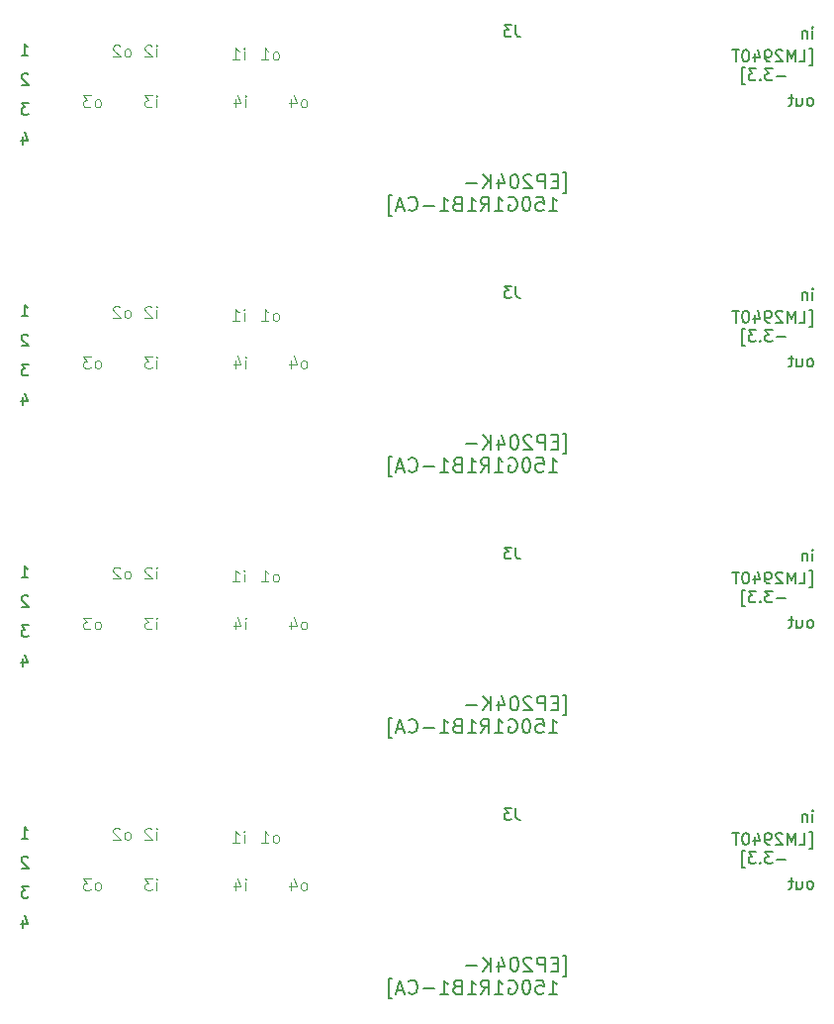
<source format=gbr>
%TF.GenerationSoftware,KiCad,Pcbnew,7.0.2*%
%TF.CreationDate,2023-06-01T19:33:28+09:00*%
%TF.ProjectId,PmodPLED_kikit,506d6f64-504c-4454-945f-6b696b69742e,rev?*%
%TF.SameCoordinates,Original*%
%TF.FileFunction,Legend,Bot*%
%TF.FilePolarity,Positive*%
%FSLAX46Y46*%
G04 Gerber Fmt 4.6, Leading zero omitted, Abs format (unit mm)*
G04 Created by KiCad (PCBNEW 7.0.2) date 2023-06-01 19:33:28*
%MOMM*%
%LPD*%
G01*
G04 APERTURE LIST*
%ADD10C,0.150000*%
%ADD11C,0.125000*%
G04 APERTURE END LIST*
D10*
X158981446Y-64415931D02*
X159267160Y-64415931D01*
X159267160Y-64415931D02*
X159267160Y-62701646D01*
X159267160Y-62701646D02*
X158981446Y-62701646D01*
X158524303Y-63387360D02*
X158124303Y-63387360D01*
X157952875Y-64015931D02*
X158524303Y-64015931D01*
X158524303Y-64015931D02*
X158524303Y-62815931D01*
X158524303Y-62815931D02*
X157952875Y-62815931D01*
X157438589Y-64015931D02*
X157438589Y-62815931D01*
X157438589Y-62815931D02*
X156981446Y-62815931D01*
X156981446Y-62815931D02*
X156867161Y-62873074D01*
X156867161Y-62873074D02*
X156810018Y-62930217D01*
X156810018Y-62930217D02*
X156752875Y-63044503D01*
X156752875Y-63044503D02*
X156752875Y-63215931D01*
X156752875Y-63215931D02*
X156810018Y-63330217D01*
X156810018Y-63330217D02*
X156867161Y-63387360D01*
X156867161Y-63387360D02*
X156981446Y-63444503D01*
X156981446Y-63444503D02*
X157438589Y-63444503D01*
X156295732Y-62930217D02*
X156238589Y-62873074D01*
X156238589Y-62873074D02*
X156124304Y-62815931D01*
X156124304Y-62815931D02*
X155838589Y-62815931D01*
X155838589Y-62815931D02*
X155724304Y-62873074D01*
X155724304Y-62873074D02*
X155667161Y-62930217D01*
X155667161Y-62930217D02*
X155610018Y-63044503D01*
X155610018Y-63044503D02*
X155610018Y-63158789D01*
X155610018Y-63158789D02*
X155667161Y-63330217D01*
X155667161Y-63330217D02*
X156352875Y-64015931D01*
X156352875Y-64015931D02*
X155610018Y-64015931D01*
X154867161Y-62815931D02*
X154752875Y-62815931D01*
X154752875Y-62815931D02*
X154638589Y-62873074D01*
X154638589Y-62873074D02*
X154581447Y-62930217D01*
X154581447Y-62930217D02*
X154524304Y-63044503D01*
X154524304Y-63044503D02*
X154467161Y-63273074D01*
X154467161Y-63273074D02*
X154467161Y-63558789D01*
X154467161Y-63558789D02*
X154524304Y-63787360D01*
X154524304Y-63787360D02*
X154581447Y-63901646D01*
X154581447Y-63901646D02*
X154638589Y-63958789D01*
X154638589Y-63958789D02*
X154752875Y-64015931D01*
X154752875Y-64015931D02*
X154867161Y-64015931D01*
X154867161Y-64015931D02*
X154981447Y-63958789D01*
X154981447Y-63958789D02*
X155038589Y-63901646D01*
X155038589Y-63901646D02*
X155095732Y-63787360D01*
X155095732Y-63787360D02*
X155152875Y-63558789D01*
X155152875Y-63558789D02*
X155152875Y-63273074D01*
X155152875Y-63273074D02*
X155095732Y-63044503D01*
X155095732Y-63044503D02*
X155038589Y-62930217D01*
X155038589Y-62930217D02*
X154981447Y-62873074D01*
X154981447Y-62873074D02*
X154867161Y-62815931D01*
X153438590Y-63215931D02*
X153438590Y-64015931D01*
X153724304Y-62758789D02*
X154010018Y-63615931D01*
X154010018Y-63615931D02*
X153267161Y-63615931D01*
X152810018Y-64015931D02*
X152810018Y-62815931D01*
X152124304Y-64015931D02*
X152638590Y-63330217D01*
X152124304Y-62815931D02*
X152810018Y-63501646D01*
X151610018Y-63558789D02*
X150695733Y-63558789D01*
X157781446Y-65959931D02*
X158467160Y-65959931D01*
X158124303Y-65959931D02*
X158124303Y-64759931D01*
X158124303Y-64759931D02*
X158238589Y-64931360D01*
X158238589Y-64931360D02*
X158352874Y-65045646D01*
X158352874Y-65045646D02*
X158467160Y-65102789D01*
X156695732Y-64759931D02*
X157267160Y-64759931D01*
X157267160Y-64759931D02*
X157324303Y-65331360D01*
X157324303Y-65331360D02*
X157267160Y-65274217D01*
X157267160Y-65274217D02*
X157152875Y-65217074D01*
X157152875Y-65217074D02*
X156867160Y-65217074D01*
X156867160Y-65217074D02*
X156752875Y-65274217D01*
X156752875Y-65274217D02*
X156695732Y-65331360D01*
X156695732Y-65331360D02*
X156638589Y-65445646D01*
X156638589Y-65445646D02*
X156638589Y-65731360D01*
X156638589Y-65731360D02*
X156695732Y-65845646D01*
X156695732Y-65845646D02*
X156752875Y-65902789D01*
X156752875Y-65902789D02*
X156867160Y-65959931D01*
X156867160Y-65959931D02*
X157152875Y-65959931D01*
X157152875Y-65959931D02*
X157267160Y-65902789D01*
X157267160Y-65902789D02*
X157324303Y-65845646D01*
X155895732Y-64759931D02*
X155781446Y-64759931D01*
X155781446Y-64759931D02*
X155667160Y-64817074D01*
X155667160Y-64817074D02*
X155610018Y-64874217D01*
X155610018Y-64874217D02*
X155552875Y-64988503D01*
X155552875Y-64988503D02*
X155495732Y-65217074D01*
X155495732Y-65217074D02*
X155495732Y-65502789D01*
X155495732Y-65502789D02*
X155552875Y-65731360D01*
X155552875Y-65731360D02*
X155610018Y-65845646D01*
X155610018Y-65845646D02*
X155667160Y-65902789D01*
X155667160Y-65902789D02*
X155781446Y-65959931D01*
X155781446Y-65959931D02*
X155895732Y-65959931D01*
X155895732Y-65959931D02*
X156010018Y-65902789D01*
X156010018Y-65902789D02*
X156067160Y-65845646D01*
X156067160Y-65845646D02*
X156124303Y-65731360D01*
X156124303Y-65731360D02*
X156181446Y-65502789D01*
X156181446Y-65502789D02*
X156181446Y-65217074D01*
X156181446Y-65217074D02*
X156124303Y-64988503D01*
X156124303Y-64988503D02*
X156067160Y-64874217D01*
X156067160Y-64874217D02*
X156010018Y-64817074D01*
X156010018Y-64817074D02*
X155895732Y-64759931D01*
X154352875Y-64817074D02*
X154467161Y-64759931D01*
X154467161Y-64759931D02*
X154638589Y-64759931D01*
X154638589Y-64759931D02*
X154810018Y-64817074D01*
X154810018Y-64817074D02*
X154924303Y-64931360D01*
X154924303Y-64931360D02*
X154981446Y-65045646D01*
X154981446Y-65045646D02*
X155038589Y-65274217D01*
X155038589Y-65274217D02*
X155038589Y-65445646D01*
X155038589Y-65445646D02*
X154981446Y-65674217D01*
X154981446Y-65674217D02*
X154924303Y-65788503D01*
X154924303Y-65788503D02*
X154810018Y-65902789D01*
X154810018Y-65902789D02*
X154638589Y-65959931D01*
X154638589Y-65959931D02*
X154524303Y-65959931D01*
X154524303Y-65959931D02*
X154352875Y-65902789D01*
X154352875Y-65902789D02*
X154295732Y-65845646D01*
X154295732Y-65845646D02*
X154295732Y-65445646D01*
X154295732Y-65445646D02*
X154524303Y-65445646D01*
X153152875Y-65959931D02*
X153838589Y-65959931D01*
X153495732Y-65959931D02*
X153495732Y-64759931D01*
X153495732Y-64759931D02*
X153610018Y-64931360D01*
X153610018Y-64931360D02*
X153724303Y-65045646D01*
X153724303Y-65045646D02*
X153838589Y-65102789D01*
X151952875Y-65959931D02*
X152352875Y-65388503D01*
X152638589Y-65959931D02*
X152638589Y-64759931D01*
X152638589Y-64759931D02*
X152181446Y-64759931D01*
X152181446Y-64759931D02*
X152067161Y-64817074D01*
X152067161Y-64817074D02*
X152010018Y-64874217D01*
X152010018Y-64874217D02*
X151952875Y-64988503D01*
X151952875Y-64988503D02*
X151952875Y-65159931D01*
X151952875Y-65159931D02*
X152010018Y-65274217D01*
X152010018Y-65274217D02*
X152067161Y-65331360D01*
X152067161Y-65331360D02*
X152181446Y-65388503D01*
X152181446Y-65388503D02*
X152638589Y-65388503D01*
X150810018Y-65959931D02*
X151495732Y-65959931D01*
X151152875Y-65959931D02*
X151152875Y-64759931D01*
X151152875Y-64759931D02*
X151267161Y-64931360D01*
X151267161Y-64931360D02*
X151381446Y-65045646D01*
X151381446Y-65045646D02*
X151495732Y-65102789D01*
X149895732Y-65331360D02*
X149724304Y-65388503D01*
X149724304Y-65388503D02*
X149667161Y-65445646D01*
X149667161Y-65445646D02*
X149610018Y-65559931D01*
X149610018Y-65559931D02*
X149610018Y-65731360D01*
X149610018Y-65731360D02*
X149667161Y-65845646D01*
X149667161Y-65845646D02*
X149724304Y-65902789D01*
X149724304Y-65902789D02*
X149838589Y-65959931D01*
X149838589Y-65959931D02*
X150295732Y-65959931D01*
X150295732Y-65959931D02*
X150295732Y-64759931D01*
X150295732Y-64759931D02*
X149895732Y-64759931D01*
X149895732Y-64759931D02*
X149781447Y-64817074D01*
X149781447Y-64817074D02*
X149724304Y-64874217D01*
X149724304Y-64874217D02*
X149667161Y-64988503D01*
X149667161Y-64988503D02*
X149667161Y-65102789D01*
X149667161Y-65102789D02*
X149724304Y-65217074D01*
X149724304Y-65217074D02*
X149781447Y-65274217D01*
X149781447Y-65274217D02*
X149895732Y-65331360D01*
X149895732Y-65331360D02*
X150295732Y-65331360D01*
X148467161Y-65959931D02*
X149152875Y-65959931D01*
X148810018Y-65959931D02*
X148810018Y-64759931D01*
X148810018Y-64759931D02*
X148924304Y-64931360D01*
X148924304Y-64931360D02*
X149038589Y-65045646D01*
X149038589Y-65045646D02*
X149152875Y-65102789D01*
X147952875Y-65502789D02*
X147038590Y-65502789D01*
X145781447Y-65845646D02*
X145838590Y-65902789D01*
X145838590Y-65902789D02*
X146010018Y-65959931D01*
X146010018Y-65959931D02*
X146124304Y-65959931D01*
X146124304Y-65959931D02*
X146295733Y-65902789D01*
X146295733Y-65902789D02*
X146410018Y-65788503D01*
X146410018Y-65788503D02*
X146467161Y-65674217D01*
X146467161Y-65674217D02*
X146524304Y-65445646D01*
X146524304Y-65445646D02*
X146524304Y-65274217D01*
X146524304Y-65274217D02*
X146467161Y-65045646D01*
X146467161Y-65045646D02*
X146410018Y-64931360D01*
X146410018Y-64931360D02*
X146295733Y-64817074D01*
X146295733Y-64817074D02*
X146124304Y-64759931D01*
X146124304Y-64759931D02*
X146010018Y-64759931D01*
X146010018Y-64759931D02*
X145838590Y-64817074D01*
X145838590Y-64817074D02*
X145781447Y-64874217D01*
X145324304Y-65617074D02*
X144752876Y-65617074D01*
X145438590Y-65959931D02*
X145038590Y-64759931D01*
X145038590Y-64759931D02*
X144638590Y-65959931D01*
X144352876Y-66359931D02*
X144067162Y-66359931D01*
X144067162Y-66359931D02*
X144067162Y-64645646D01*
X144067162Y-64645646D02*
X144352876Y-64645646D01*
D11*
X134464065Y-53030408D02*
X134559303Y-52982789D01*
X134559303Y-52982789D02*
X134606922Y-52935169D01*
X134606922Y-52935169D02*
X134654541Y-52839931D01*
X134654541Y-52839931D02*
X134654541Y-52554217D01*
X134654541Y-52554217D02*
X134606922Y-52458979D01*
X134606922Y-52458979D02*
X134559303Y-52411360D01*
X134559303Y-52411360D02*
X134464065Y-52363741D01*
X134464065Y-52363741D02*
X134321208Y-52363741D01*
X134321208Y-52363741D02*
X134225970Y-52411360D01*
X134225970Y-52411360D02*
X134178351Y-52458979D01*
X134178351Y-52458979D02*
X134130732Y-52554217D01*
X134130732Y-52554217D02*
X134130732Y-52839931D01*
X134130732Y-52839931D02*
X134178351Y-52935169D01*
X134178351Y-52935169D02*
X134225970Y-52982789D01*
X134225970Y-52982789D02*
X134321208Y-53030408D01*
X134321208Y-53030408D02*
X134464065Y-53030408D01*
X133178351Y-53030408D02*
X133749779Y-53030408D01*
X133464065Y-53030408D02*
X133464065Y-52030408D01*
X133464065Y-52030408D02*
X133559303Y-52173265D01*
X133559303Y-52173265D02*
X133654541Y-52268503D01*
X133654541Y-52268503D02*
X133749779Y-52316122D01*
X119224065Y-101729804D02*
X119319303Y-101682185D01*
X119319303Y-101682185D02*
X119366922Y-101634565D01*
X119366922Y-101634565D02*
X119414541Y-101539327D01*
X119414541Y-101539327D02*
X119414541Y-101253613D01*
X119414541Y-101253613D02*
X119366922Y-101158375D01*
X119366922Y-101158375D02*
X119319303Y-101110756D01*
X119319303Y-101110756D02*
X119224065Y-101063137D01*
X119224065Y-101063137D02*
X119081208Y-101063137D01*
X119081208Y-101063137D02*
X118985970Y-101110756D01*
X118985970Y-101110756D02*
X118938351Y-101158375D01*
X118938351Y-101158375D02*
X118890732Y-101253613D01*
X118890732Y-101253613D02*
X118890732Y-101539327D01*
X118890732Y-101539327D02*
X118938351Y-101634565D01*
X118938351Y-101634565D02*
X118985970Y-101682185D01*
X118985970Y-101682185D02*
X119081208Y-101729804D01*
X119081208Y-101729804D02*
X119224065Y-101729804D01*
X118557398Y-100729804D02*
X117938351Y-100729804D01*
X117938351Y-100729804D02*
X118271684Y-101110756D01*
X118271684Y-101110756D02*
X118128827Y-101110756D01*
X118128827Y-101110756D02*
X118033589Y-101158375D01*
X118033589Y-101158375D02*
X117985970Y-101205994D01*
X117985970Y-101205994D02*
X117938351Y-101301232D01*
X117938351Y-101301232D02*
X117938351Y-101539327D01*
X117938351Y-101539327D02*
X117985970Y-101634565D01*
X117985970Y-101634565D02*
X118033589Y-101682185D01*
X118033589Y-101682185D02*
X118128827Y-101729804D01*
X118128827Y-101729804D02*
X118414541Y-101729804D01*
X118414541Y-101729804D02*
X118509779Y-101682185D01*
X118509779Y-101682185D02*
X118557398Y-101634565D01*
D10*
X180326922Y-95887804D02*
X180326922Y-95221137D01*
X180326922Y-94887804D02*
X180374541Y-94935423D01*
X180374541Y-94935423D02*
X180326922Y-94983042D01*
X180326922Y-94983042D02*
X180279303Y-94935423D01*
X180279303Y-94935423D02*
X180326922Y-94887804D01*
X180326922Y-94887804D02*
X180326922Y-94983042D01*
X179850732Y-95221137D02*
X179850732Y-95887804D01*
X179850732Y-95316375D02*
X179803113Y-95268756D01*
X179803113Y-95268756D02*
X179707875Y-95221137D01*
X179707875Y-95221137D02*
X179565018Y-95221137D01*
X179565018Y-95221137D02*
X179469780Y-95268756D01*
X179469780Y-95268756D02*
X179422161Y-95363994D01*
X179422161Y-95363994D02*
X179422161Y-95887804D01*
X180184065Y-101602804D02*
X180279303Y-101555185D01*
X180279303Y-101555185D02*
X180326922Y-101507565D01*
X180326922Y-101507565D02*
X180374541Y-101412327D01*
X180374541Y-101412327D02*
X180374541Y-101126613D01*
X180374541Y-101126613D02*
X180326922Y-101031375D01*
X180326922Y-101031375D02*
X180279303Y-100983756D01*
X180279303Y-100983756D02*
X180184065Y-100936137D01*
X180184065Y-100936137D02*
X180041208Y-100936137D01*
X180041208Y-100936137D02*
X179945970Y-100983756D01*
X179945970Y-100983756D02*
X179898351Y-101031375D01*
X179898351Y-101031375D02*
X179850732Y-101126613D01*
X179850732Y-101126613D02*
X179850732Y-101412327D01*
X179850732Y-101412327D02*
X179898351Y-101507565D01*
X179898351Y-101507565D02*
X179945970Y-101555185D01*
X179945970Y-101555185D02*
X180041208Y-101602804D01*
X180041208Y-101602804D02*
X180184065Y-101602804D01*
X178993589Y-100936137D02*
X178993589Y-101602804D01*
X179422160Y-100936137D02*
X179422160Y-101459946D01*
X179422160Y-101459946D02*
X179374541Y-101555185D01*
X179374541Y-101555185D02*
X179279303Y-101602804D01*
X179279303Y-101602804D02*
X179136446Y-101602804D01*
X179136446Y-101602804D02*
X179041208Y-101555185D01*
X179041208Y-101555185D02*
X178993589Y-101507565D01*
X178660255Y-100936137D02*
X178279303Y-100936137D01*
X178517398Y-100602804D02*
X178517398Y-101459946D01*
X178517398Y-101459946D02*
X178469779Y-101555185D01*
X178469779Y-101555185D02*
X178374541Y-101602804D01*
X178374541Y-101602804D02*
X178279303Y-101602804D01*
D11*
X124192922Y-101729804D02*
X124192922Y-101063137D01*
X124192922Y-100729804D02*
X124240541Y-100777423D01*
X124240541Y-100777423D02*
X124192922Y-100825042D01*
X124192922Y-100825042D02*
X124145303Y-100777423D01*
X124145303Y-100777423D02*
X124192922Y-100729804D01*
X124192922Y-100729804D02*
X124192922Y-100825042D01*
X123811970Y-100729804D02*
X123192923Y-100729804D01*
X123192923Y-100729804D02*
X123526256Y-101110756D01*
X123526256Y-101110756D02*
X123383399Y-101110756D01*
X123383399Y-101110756D02*
X123288161Y-101158375D01*
X123288161Y-101158375D02*
X123240542Y-101205994D01*
X123240542Y-101205994D02*
X123192923Y-101301232D01*
X123192923Y-101301232D02*
X123192923Y-101539327D01*
X123192923Y-101539327D02*
X123240542Y-101634565D01*
X123240542Y-101634565D02*
X123288161Y-101682185D01*
X123288161Y-101682185D02*
X123383399Y-101729804D01*
X123383399Y-101729804D02*
X123669113Y-101729804D01*
X123669113Y-101729804D02*
X123764351Y-101682185D01*
X123764351Y-101682185D02*
X123811970Y-101634565D01*
D10*
X113239160Y-101364804D02*
X112620113Y-101364804D01*
X112620113Y-101364804D02*
X112953446Y-101745756D01*
X112953446Y-101745756D02*
X112810589Y-101745756D01*
X112810589Y-101745756D02*
X112715351Y-101793375D01*
X112715351Y-101793375D02*
X112667732Y-101840994D01*
X112667732Y-101840994D02*
X112620113Y-101936232D01*
X112620113Y-101936232D02*
X112620113Y-102174327D01*
X112620113Y-102174327D02*
X112667732Y-102269565D01*
X112667732Y-102269565D02*
X112715351Y-102317185D01*
X112715351Y-102317185D02*
X112810589Y-102364804D01*
X112810589Y-102364804D02*
X113096303Y-102364804D01*
X113096303Y-102364804D02*
X113191541Y-102317185D01*
X113191541Y-102317185D02*
X113239160Y-102269565D01*
D11*
X124192922Y-75094106D02*
X124192922Y-74427439D01*
X124192922Y-74094106D02*
X124240541Y-74141725D01*
X124240541Y-74141725D02*
X124192922Y-74189344D01*
X124192922Y-74189344D02*
X124145303Y-74141725D01*
X124145303Y-74141725D02*
X124192922Y-74094106D01*
X124192922Y-74094106D02*
X124192922Y-74189344D01*
X123764351Y-74189344D02*
X123716732Y-74141725D01*
X123716732Y-74141725D02*
X123621494Y-74094106D01*
X123621494Y-74094106D02*
X123383399Y-74094106D01*
X123383399Y-74094106D02*
X123288161Y-74141725D01*
X123288161Y-74141725D02*
X123240542Y-74189344D01*
X123240542Y-74189344D02*
X123192923Y-74284582D01*
X123192923Y-74284582D02*
X123192923Y-74379820D01*
X123192923Y-74379820D02*
X123240542Y-74522677D01*
X123240542Y-74522677D02*
X123811970Y-75094106D01*
X123811970Y-75094106D02*
X123192923Y-75094106D01*
X131812922Y-79412106D02*
X131812922Y-78745439D01*
X131812922Y-78412106D02*
X131860541Y-78459725D01*
X131860541Y-78459725D02*
X131812922Y-78507344D01*
X131812922Y-78507344D02*
X131765303Y-78459725D01*
X131765303Y-78459725D02*
X131812922Y-78412106D01*
X131812922Y-78412106D02*
X131812922Y-78507344D01*
X130908161Y-78745439D02*
X130908161Y-79412106D01*
X131146256Y-78364487D02*
X131384351Y-79078772D01*
X131384351Y-79078772D02*
X130765304Y-79078772D01*
X124192922Y-57094408D02*
X124192922Y-56427741D01*
X124192922Y-56094408D02*
X124240541Y-56142027D01*
X124240541Y-56142027D02*
X124192922Y-56189646D01*
X124192922Y-56189646D02*
X124145303Y-56142027D01*
X124145303Y-56142027D02*
X124192922Y-56094408D01*
X124192922Y-56094408D02*
X124192922Y-56189646D01*
X123811970Y-56094408D02*
X123192923Y-56094408D01*
X123192923Y-56094408D02*
X123526256Y-56475360D01*
X123526256Y-56475360D02*
X123383399Y-56475360D01*
X123383399Y-56475360D02*
X123288161Y-56522979D01*
X123288161Y-56522979D02*
X123240542Y-56570598D01*
X123240542Y-56570598D02*
X123192923Y-56665836D01*
X123192923Y-56665836D02*
X123192923Y-56903931D01*
X123192923Y-56903931D02*
X123240542Y-56999169D01*
X123240542Y-56999169D02*
X123288161Y-57046789D01*
X123288161Y-57046789D02*
X123383399Y-57094408D01*
X123383399Y-57094408D02*
X123669113Y-57094408D01*
X123669113Y-57094408D02*
X123764351Y-57046789D01*
X123764351Y-57046789D02*
X123811970Y-56999169D01*
D10*
X112620113Y-74967106D02*
X113191541Y-74967106D01*
X112905827Y-74967106D02*
X112905827Y-73967106D01*
X112905827Y-73967106D02*
X113001065Y-74109963D01*
X113001065Y-74109963D02*
X113096303Y-74205201D01*
X113096303Y-74205201D02*
X113191541Y-74252820D01*
X113239160Y-34411710D02*
X112620113Y-34411710D01*
X112620113Y-34411710D02*
X112953446Y-34792662D01*
X112953446Y-34792662D02*
X112810589Y-34792662D01*
X112810589Y-34792662D02*
X112715351Y-34840281D01*
X112715351Y-34840281D02*
X112667732Y-34887900D01*
X112667732Y-34887900D02*
X112620113Y-34983138D01*
X112620113Y-34983138D02*
X112620113Y-35221233D01*
X112620113Y-35221233D02*
X112667732Y-35316471D01*
X112667732Y-35316471D02*
X112715351Y-35364091D01*
X112715351Y-35364091D02*
X112810589Y-35411710D01*
X112810589Y-35411710D02*
X113096303Y-35411710D01*
X113096303Y-35411710D02*
X113191541Y-35364091D01*
X113191541Y-35364091D02*
X113239160Y-35316471D01*
D11*
X124192922Y-52776408D02*
X124192922Y-52109741D01*
X124192922Y-51776408D02*
X124240541Y-51824027D01*
X124240541Y-51824027D02*
X124192922Y-51871646D01*
X124192922Y-51871646D02*
X124145303Y-51824027D01*
X124145303Y-51824027D02*
X124192922Y-51776408D01*
X124192922Y-51776408D02*
X124192922Y-51871646D01*
X123764351Y-51871646D02*
X123716732Y-51824027D01*
X123716732Y-51824027D02*
X123621494Y-51776408D01*
X123621494Y-51776408D02*
X123383399Y-51776408D01*
X123383399Y-51776408D02*
X123288161Y-51824027D01*
X123288161Y-51824027D02*
X123240542Y-51871646D01*
X123240542Y-51871646D02*
X123192923Y-51966884D01*
X123192923Y-51966884D02*
X123192923Y-52062122D01*
X123192923Y-52062122D02*
X123240542Y-52204979D01*
X123240542Y-52204979D02*
X123811970Y-52776408D01*
X123811970Y-52776408D02*
X123192923Y-52776408D01*
D10*
X180041208Y-31204043D02*
X180279303Y-31204043D01*
X180279303Y-31204043D02*
X180279303Y-29775471D01*
X180279303Y-29775471D02*
X180041208Y-29775471D01*
X179184065Y-30870710D02*
X179660255Y-30870710D01*
X179660255Y-30870710D02*
X179660255Y-29870710D01*
X178850731Y-30870710D02*
X178850731Y-29870710D01*
X178850731Y-29870710D02*
X178517398Y-30584995D01*
X178517398Y-30584995D02*
X178184065Y-29870710D01*
X178184065Y-29870710D02*
X178184065Y-30870710D01*
X177755493Y-29965948D02*
X177707874Y-29918329D01*
X177707874Y-29918329D02*
X177612636Y-29870710D01*
X177612636Y-29870710D02*
X177374541Y-29870710D01*
X177374541Y-29870710D02*
X177279303Y-29918329D01*
X177279303Y-29918329D02*
X177231684Y-29965948D01*
X177231684Y-29965948D02*
X177184065Y-30061186D01*
X177184065Y-30061186D02*
X177184065Y-30156424D01*
X177184065Y-30156424D02*
X177231684Y-30299281D01*
X177231684Y-30299281D02*
X177803112Y-30870710D01*
X177803112Y-30870710D02*
X177184065Y-30870710D01*
X176707874Y-30870710D02*
X176517398Y-30870710D01*
X176517398Y-30870710D02*
X176422160Y-30823091D01*
X176422160Y-30823091D02*
X176374541Y-30775471D01*
X176374541Y-30775471D02*
X176279303Y-30632614D01*
X176279303Y-30632614D02*
X176231684Y-30442138D01*
X176231684Y-30442138D02*
X176231684Y-30061186D01*
X176231684Y-30061186D02*
X176279303Y-29965948D01*
X176279303Y-29965948D02*
X176326922Y-29918329D01*
X176326922Y-29918329D02*
X176422160Y-29870710D01*
X176422160Y-29870710D02*
X176612636Y-29870710D01*
X176612636Y-29870710D02*
X176707874Y-29918329D01*
X176707874Y-29918329D02*
X176755493Y-29965948D01*
X176755493Y-29965948D02*
X176803112Y-30061186D01*
X176803112Y-30061186D02*
X176803112Y-30299281D01*
X176803112Y-30299281D02*
X176755493Y-30394519D01*
X176755493Y-30394519D02*
X176707874Y-30442138D01*
X176707874Y-30442138D02*
X176612636Y-30489757D01*
X176612636Y-30489757D02*
X176422160Y-30489757D01*
X176422160Y-30489757D02*
X176326922Y-30442138D01*
X176326922Y-30442138D02*
X176279303Y-30394519D01*
X176279303Y-30394519D02*
X176231684Y-30299281D01*
X175374541Y-30204043D02*
X175374541Y-30870710D01*
X175612636Y-29823091D02*
X175850731Y-30537376D01*
X175850731Y-30537376D02*
X175231684Y-30537376D01*
X174660255Y-29870710D02*
X174565017Y-29870710D01*
X174565017Y-29870710D02*
X174469779Y-29918329D01*
X174469779Y-29918329D02*
X174422160Y-29965948D01*
X174422160Y-29965948D02*
X174374541Y-30061186D01*
X174374541Y-30061186D02*
X174326922Y-30251662D01*
X174326922Y-30251662D02*
X174326922Y-30489757D01*
X174326922Y-30489757D02*
X174374541Y-30680233D01*
X174374541Y-30680233D02*
X174422160Y-30775471D01*
X174422160Y-30775471D02*
X174469779Y-30823091D01*
X174469779Y-30823091D02*
X174565017Y-30870710D01*
X174565017Y-30870710D02*
X174660255Y-30870710D01*
X174660255Y-30870710D02*
X174755493Y-30823091D01*
X174755493Y-30823091D02*
X174803112Y-30775471D01*
X174803112Y-30775471D02*
X174850731Y-30680233D01*
X174850731Y-30680233D02*
X174898350Y-30489757D01*
X174898350Y-30489757D02*
X174898350Y-30251662D01*
X174898350Y-30251662D02*
X174850731Y-30061186D01*
X174850731Y-30061186D02*
X174803112Y-29965948D01*
X174803112Y-29965948D02*
X174755493Y-29918329D01*
X174755493Y-29918329D02*
X174660255Y-29870710D01*
X174041207Y-29870710D02*
X173469779Y-29870710D01*
X173755493Y-30870710D02*
X173755493Y-29870710D01*
X178041207Y-32109757D02*
X177279303Y-32109757D01*
X176898350Y-31490710D02*
X176279303Y-31490710D01*
X176279303Y-31490710D02*
X176612636Y-31871662D01*
X176612636Y-31871662D02*
X176469779Y-31871662D01*
X176469779Y-31871662D02*
X176374541Y-31919281D01*
X176374541Y-31919281D02*
X176326922Y-31966900D01*
X176326922Y-31966900D02*
X176279303Y-32062138D01*
X176279303Y-32062138D02*
X176279303Y-32300233D01*
X176279303Y-32300233D02*
X176326922Y-32395471D01*
X176326922Y-32395471D02*
X176374541Y-32443091D01*
X176374541Y-32443091D02*
X176469779Y-32490710D01*
X176469779Y-32490710D02*
X176755493Y-32490710D01*
X176755493Y-32490710D02*
X176850731Y-32443091D01*
X176850731Y-32443091D02*
X176898350Y-32395471D01*
X175850731Y-32395471D02*
X175803112Y-32443091D01*
X175803112Y-32443091D02*
X175850731Y-32490710D01*
X175850731Y-32490710D02*
X175898350Y-32443091D01*
X175898350Y-32443091D02*
X175850731Y-32395471D01*
X175850731Y-32395471D02*
X175850731Y-32490710D01*
X175469779Y-31490710D02*
X174850732Y-31490710D01*
X174850732Y-31490710D02*
X175184065Y-31871662D01*
X175184065Y-31871662D02*
X175041208Y-31871662D01*
X175041208Y-31871662D02*
X174945970Y-31919281D01*
X174945970Y-31919281D02*
X174898351Y-31966900D01*
X174898351Y-31966900D02*
X174850732Y-32062138D01*
X174850732Y-32062138D02*
X174850732Y-32300233D01*
X174850732Y-32300233D02*
X174898351Y-32395471D01*
X174898351Y-32395471D02*
X174945970Y-32443091D01*
X174945970Y-32443091D02*
X175041208Y-32490710D01*
X175041208Y-32490710D02*
X175326922Y-32490710D01*
X175326922Y-32490710D02*
X175422160Y-32443091D01*
X175422160Y-32443091D02*
X175469779Y-32395471D01*
X174517398Y-32824043D02*
X174279303Y-32824043D01*
X174279303Y-32824043D02*
X174279303Y-31395471D01*
X174279303Y-31395471D02*
X174517398Y-31395471D01*
X113191541Y-98920042D02*
X113143922Y-98872423D01*
X113143922Y-98872423D02*
X113048684Y-98824804D01*
X113048684Y-98824804D02*
X112810589Y-98824804D01*
X112810589Y-98824804D02*
X112715351Y-98872423D01*
X112715351Y-98872423D02*
X112667732Y-98920042D01*
X112667732Y-98920042D02*
X112620113Y-99015280D01*
X112620113Y-99015280D02*
X112620113Y-99110518D01*
X112620113Y-99110518D02*
X112667732Y-99253375D01*
X112667732Y-99253375D02*
X113239160Y-99824804D01*
X113239160Y-99824804D02*
X112620113Y-99824804D01*
D11*
X124192922Y-30458710D02*
X124192922Y-29792043D01*
X124192922Y-29458710D02*
X124240541Y-29506329D01*
X124240541Y-29506329D02*
X124192922Y-29553948D01*
X124192922Y-29553948D02*
X124145303Y-29506329D01*
X124145303Y-29506329D02*
X124192922Y-29458710D01*
X124192922Y-29458710D02*
X124192922Y-29553948D01*
X123764351Y-29553948D02*
X123716732Y-29506329D01*
X123716732Y-29506329D02*
X123621494Y-29458710D01*
X123621494Y-29458710D02*
X123383399Y-29458710D01*
X123383399Y-29458710D02*
X123288161Y-29506329D01*
X123288161Y-29506329D02*
X123240542Y-29553948D01*
X123240542Y-29553948D02*
X123192923Y-29649186D01*
X123192923Y-29649186D02*
X123192923Y-29744424D01*
X123192923Y-29744424D02*
X123240542Y-29887281D01*
X123240542Y-29887281D02*
X123811970Y-30458710D01*
X123811970Y-30458710D02*
X123192923Y-30458710D01*
X121764065Y-30458710D02*
X121859303Y-30411091D01*
X121859303Y-30411091D02*
X121906922Y-30363471D01*
X121906922Y-30363471D02*
X121954541Y-30268233D01*
X121954541Y-30268233D02*
X121954541Y-29982519D01*
X121954541Y-29982519D02*
X121906922Y-29887281D01*
X121906922Y-29887281D02*
X121859303Y-29839662D01*
X121859303Y-29839662D02*
X121764065Y-29792043D01*
X121764065Y-29792043D02*
X121621208Y-29792043D01*
X121621208Y-29792043D02*
X121525970Y-29839662D01*
X121525970Y-29839662D02*
X121478351Y-29887281D01*
X121478351Y-29887281D02*
X121430732Y-29982519D01*
X121430732Y-29982519D02*
X121430732Y-30268233D01*
X121430732Y-30268233D02*
X121478351Y-30363471D01*
X121478351Y-30363471D02*
X121525970Y-30411091D01*
X121525970Y-30411091D02*
X121621208Y-30458710D01*
X121621208Y-30458710D02*
X121764065Y-30458710D01*
X121049779Y-29553948D02*
X121002160Y-29506329D01*
X121002160Y-29506329D02*
X120906922Y-29458710D01*
X120906922Y-29458710D02*
X120668827Y-29458710D01*
X120668827Y-29458710D02*
X120573589Y-29506329D01*
X120573589Y-29506329D02*
X120525970Y-29553948D01*
X120525970Y-29553948D02*
X120478351Y-29649186D01*
X120478351Y-29649186D02*
X120478351Y-29744424D01*
X120478351Y-29744424D02*
X120525970Y-29887281D01*
X120525970Y-29887281D02*
X121097398Y-30458710D01*
X121097398Y-30458710D02*
X120478351Y-30458710D01*
D10*
X112715351Y-37285043D02*
X112715351Y-37951710D01*
X112953446Y-36904091D02*
X113191541Y-37618376D01*
X113191541Y-37618376D02*
X112572494Y-37618376D01*
D11*
X131812922Y-101729804D02*
X131812922Y-101063137D01*
X131812922Y-100729804D02*
X131860541Y-100777423D01*
X131860541Y-100777423D02*
X131812922Y-100825042D01*
X131812922Y-100825042D02*
X131765303Y-100777423D01*
X131765303Y-100777423D02*
X131812922Y-100729804D01*
X131812922Y-100729804D02*
X131812922Y-100825042D01*
X130908161Y-101063137D02*
X130908161Y-101729804D01*
X131146256Y-100682185D02*
X131384351Y-101396470D01*
X131384351Y-101396470D02*
X130765304Y-101396470D01*
X124192922Y-34776710D02*
X124192922Y-34110043D01*
X124192922Y-33776710D02*
X124240541Y-33824329D01*
X124240541Y-33824329D02*
X124192922Y-33871948D01*
X124192922Y-33871948D02*
X124145303Y-33824329D01*
X124145303Y-33824329D02*
X124192922Y-33776710D01*
X124192922Y-33776710D02*
X124192922Y-33871948D01*
X123811970Y-33776710D02*
X123192923Y-33776710D01*
X123192923Y-33776710D02*
X123526256Y-34157662D01*
X123526256Y-34157662D02*
X123383399Y-34157662D01*
X123383399Y-34157662D02*
X123288161Y-34205281D01*
X123288161Y-34205281D02*
X123240542Y-34252900D01*
X123240542Y-34252900D02*
X123192923Y-34348138D01*
X123192923Y-34348138D02*
X123192923Y-34586233D01*
X123192923Y-34586233D02*
X123240542Y-34681471D01*
X123240542Y-34681471D02*
X123288161Y-34729091D01*
X123288161Y-34729091D02*
X123383399Y-34776710D01*
X123383399Y-34776710D02*
X123669113Y-34776710D01*
X123669113Y-34776710D02*
X123764351Y-34729091D01*
X123764351Y-34729091D02*
X123811970Y-34681471D01*
X131812922Y-34776710D02*
X131812922Y-34110043D01*
X131812922Y-33776710D02*
X131860541Y-33824329D01*
X131860541Y-33824329D02*
X131812922Y-33871948D01*
X131812922Y-33871948D02*
X131765303Y-33824329D01*
X131765303Y-33824329D02*
X131812922Y-33776710D01*
X131812922Y-33776710D02*
X131812922Y-33871948D01*
X130908161Y-34110043D02*
X130908161Y-34776710D01*
X131146256Y-33729091D02*
X131384351Y-34443376D01*
X131384351Y-34443376D02*
X130765304Y-34443376D01*
X134464065Y-97665804D02*
X134559303Y-97618185D01*
X134559303Y-97618185D02*
X134606922Y-97570565D01*
X134606922Y-97570565D02*
X134654541Y-97475327D01*
X134654541Y-97475327D02*
X134654541Y-97189613D01*
X134654541Y-97189613D02*
X134606922Y-97094375D01*
X134606922Y-97094375D02*
X134559303Y-97046756D01*
X134559303Y-97046756D02*
X134464065Y-96999137D01*
X134464065Y-96999137D02*
X134321208Y-96999137D01*
X134321208Y-96999137D02*
X134225970Y-97046756D01*
X134225970Y-97046756D02*
X134178351Y-97094375D01*
X134178351Y-97094375D02*
X134130732Y-97189613D01*
X134130732Y-97189613D02*
X134130732Y-97475327D01*
X134130732Y-97475327D02*
X134178351Y-97570565D01*
X134178351Y-97570565D02*
X134225970Y-97618185D01*
X134225970Y-97618185D02*
X134321208Y-97665804D01*
X134321208Y-97665804D02*
X134464065Y-97665804D01*
X133178351Y-97665804D02*
X133749779Y-97665804D01*
X133464065Y-97665804D02*
X133464065Y-96665804D01*
X133464065Y-96665804D02*
X133559303Y-96808661D01*
X133559303Y-96808661D02*
X133654541Y-96903899D01*
X133654541Y-96903899D02*
X133749779Y-96951518D01*
D10*
X112715351Y-81920439D02*
X112715351Y-82587106D01*
X112953446Y-81539487D02*
X113191541Y-82253772D01*
X113191541Y-82253772D02*
X112572494Y-82253772D01*
D11*
X119224065Y-34776710D02*
X119319303Y-34729091D01*
X119319303Y-34729091D02*
X119366922Y-34681471D01*
X119366922Y-34681471D02*
X119414541Y-34586233D01*
X119414541Y-34586233D02*
X119414541Y-34300519D01*
X119414541Y-34300519D02*
X119366922Y-34205281D01*
X119366922Y-34205281D02*
X119319303Y-34157662D01*
X119319303Y-34157662D02*
X119224065Y-34110043D01*
X119224065Y-34110043D02*
X119081208Y-34110043D01*
X119081208Y-34110043D02*
X118985970Y-34157662D01*
X118985970Y-34157662D02*
X118938351Y-34205281D01*
X118938351Y-34205281D02*
X118890732Y-34300519D01*
X118890732Y-34300519D02*
X118890732Y-34586233D01*
X118890732Y-34586233D02*
X118938351Y-34681471D01*
X118938351Y-34681471D02*
X118985970Y-34729091D01*
X118985970Y-34729091D02*
X119081208Y-34776710D01*
X119081208Y-34776710D02*
X119224065Y-34776710D01*
X118557398Y-33776710D02*
X117938351Y-33776710D01*
X117938351Y-33776710D02*
X118271684Y-34157662D01*
X118271684Y-34157662D02*
X118128827Y-34157662D01*
X118128827Y-34157662D02*
X118033589Y-34205281D01*
X118033589Y-34205281D02*
X117985970Y-34252900D01*
X117985970Y-34252900D02*
X117938351Y-34348138D01*
X117938351Y-34348138D02*
X117938351Y-34586233D01*
X117938351Y-34586233D02*
X117985970Y-34681471D01*
X117985970Y-34681471D02*
X118033589Y-34729091D01*
X118033589Y-34729091D02*
X118128827Y-34776710D01*
X118128827Y-34776710D02*
X118414541Y-34776710D01*
X118414541Y-34776710D02*
X118509779Y-34729091D01*
X118509779Y-34729091D02*
X118557398Y-34681471D01*
D10*
X180326922Y-73570106D02*
X180326922Y-72903439D01*
X180326922Y-72570106D02*
X180374541Y-72617725D01*
X180374541Y-72617725D02*
X180326922Y-72665344D01*
X180326922Y-72665344D02*
X180279303Y-72617725D01*
X180279303Y-72617725D02*
X180326922Y-72570106D01*
X180326922Y-72570106D02*
X180326922Y-72665344D01*
X179850732Y-72903439D02*
X179850732Y-73570106D01*
X179850732Y-72998677D02*
X179803113Y-72951058D01*
X179803113Y-72951058D02*
X179707875Y-72903439D01*
X179707875Y-72903439D02*
X179565018Y-72903439D01*
X179565018Y-72903439D02*
X179469780Y-72951058D01*
X179469780Y-72951058D02*
X179422161Y-73046296D01*
X179422161Y-73046296D02*
X179422161Y-73570106D01*
D11*
X124192922Y-97411804D02*
X124192922Y-96745137D01*
X124192922Y-96411804D02*
X124240541Y-96459423D01*
X124240541Y-96459423D02*
X124192922Y-96507042D01*
X124192922Y-96507042D02*
X124145303Y-96459423D01*
X124145303Y-96459423D02*
X124192922Y-96411804D01*
X124192922Y-96411804D02*
X124192922Y-96507042D01*
X123764351Y-96507042D02*
X123716732Y-96459423D01*
X123716732Y-96459423D02*
X123621494Y-96411804D01*
X123621494Y-96411804D02*
X123383399Y-96411804D01*
X123383399Y-96411804D02*
X123288161Y-96459423D01*
X123288161Y-96459423D02*
X123240542Y-96507042D01*
X123240542Y-96507042D02*
X123192923Y-96602280D01*
X123192923Y-96602280D02*
X123192923Y-96697518D01*
X123192923Y-96697518D02*
X123240542Y-96840375D01*
X123240542Y-96840375D02*
X123811970Y-97411804D01*
X123811970Y-97411804D02*
X123192923Y-97411804D01*
X131685922Y-53030408D02*
X131685922Y-52363741D01*
X131685922Y-52030408D02*
X131733541Y-52078027D01*
X131733541Y-52078027D02*
X131685922Y-52125646D01*
X131685922Y-52125646D02*
X131638303Y-52078027D01*
X131638303Y-52078027D02*
X131685922Y-52030408D01*
X131685922Y-52030408D02*
X131685922Y-52125646D01*
X130685923Y-53030408D02*
X131257351Y-53030408D01*
X130971637Y-53030408D02*
X130971637Y-52030408D01*
X130971637Y-52030408D02*
X131066875Y-52173265D01*
X131066875Y-52173265D02*
X131162113Y-52268503D01*
X131162113Y-52268503D02*
X131257351Y-52316122D01*
D10*
X180184065Y-79285106D02*
X180279303Y-79237487D01*
X180279303Y-79237487D02*
X180326922Y-79189867D01*
X180326922Y-79189867D02*
X180374541Y-79094629D01*
X180374541Y-79094629D02*
X180374541Y-78808915D01*
X180374541Y-78808915D02*
X180326922Y-78713677D01*
X180326922Y-78713677D02*
X180279303Y-78666058D01*
X180279303Y-78666058D02*
X180184065Y-78618439D01*
X180184065Y-78618439D02*
X180041208Y-78618439D01*
X180041208Y-78618439D02*
X179945970Y-78666058D01*
X179945970Y-78666058D02*
X179898351Y-78713677D01*
X179898351Y-78713677D02*
X179850732Y-78808915D01*
X179850732Y-78808915D02*
X179850732Y-79094629D01*
X179850732Y-79094629D02*
X179898351Y-79189867D01*
X179898351Y-79189867D02*
X179945970Y-79237487D01*
X179945970Y-79237487D02*
X180041208Y-79285106D01*
X180041208Y-79285106D02*
X180184065Y-79285106D01*
X178993589Y-78618439D02*
X178993589Y-79285106D01*
X179422160Y-78618439D02*
X179422160Y-79142248D01*
X179422160Y-79142248D02*
X179374541Y-79237487D01*
X179374541Y-79237487D02*
X179279303Y-79285106D01*
X179279303Y-79285106D02*
X179136446Y-79285106D01*
X179136446Y-79285106D02*
X179041208Y-79237487D01*
X179041208Y-79237487D02*
X178993589Y-79189867D01*
X178660255Y-78618439D02*
X178279303Y-78618439D01*
X178517398Y-78285106D02*
X178517398Y-79142248D01*
X178517398Y-79142248D02*
X178469779Y-79237487D01*
X178469779Y-79237487D02*
X178374541Y-79285106D01*
X178374541Y-79285106D02*
X178279303Y-79285106D01*
D11*
X131685922Y-97665804D02*
X131685922Y-96999137D01*
X131685922Y-96665804D02*
X131733541Y-96713423D01*
X131733541Y-96713423D02*
X131685922Y-96761042D01*
X131685922Y-96761042D02*
X131638303Y-96713423D01*
X131638303Y-96713423D02*
X131685922Y-96665804D01*
X131685922Y-96665804D02*
X131685922Y-96761042D01*
X130685923Y-97665804D02*
X131257351Y-97665804D01*
X130971637Y-97665804D02*
X130971637Y-96665804D01*
X130971637Y-96665804D02*
X131066875Y-96808661D01*
X131066875Y-96808661D02*
X131162113Y-96903899D01*
X131162113Y-96903899D02*
X131257351Y-96951518D01*
D10*
X180184065Y-34649710D02*
X180279303Y-34602091D01*
X180279303Y-34602091D02*
X180326922Y-34554471D01*
X180326922Y-34554471D02*
X180374541Y-34459233D01*
X180374541Y-34459233D02*
X180374541Y-34173519D01*
X180374541Y-34173519D02*
X180326922Y-34078281D01*
X180326922Y-34078281D02*
X180279303Y-34030662D01*
X180279303Y-34030662D02*
X180184065Y-33983043D01*
X180184065Y-33983043D02*
X180041208Y-33983043D01*
X180041208Y-33983043D02*
X179945970Y-34030662D01*
X179945970Y-34030662D02*
X179898351Y-34078281D01*
X179898351Y-34078281D02*
X179850732Y-34173519D01*
X179850732Y-34173519D02*
X179850732Y-34459233D01*
X179850732Y-34459233D02*
X179898351Y-34554471D01*
X179898351Y-34554471D02*
X179945970Y-34602091D01*
X179945970Y-34602091D02*
X180041208Y-34649710D01*
X180041208Y-34649710D02*
X180184065Y-34649710D01*
X178993589Y-33983043D02*
X178993589Y-34649710D01*
X179422160Y-33983043D02*
X179422160Y-34506852D01*
X179422160Y-34506852D02*
X179374541Y-34602091D01*
X179374541Y-34602091D02*
X179279303Y-34649710D01*
X179279303Y-34649710D02*
X179136446Y-34649710D01*
X179136446Y-34649710D02*
X179041208Y-34602091D01*
X179041208Y-34602091D02*
X178993589Y-34554471D01*
X178660255Y-33983043D02*
X178279303Y-33983043D01*
X178517398Y-33649710D02*
X178517398Y-34506852D01*
X178517398Y-34506852D02*
X178469779Y-34602091D01*
X178469779Y-34602091D02*
X178374541Y-34649710D01*
X178374541Y-34649710D02*
X178279303Y-34649710D01*
D11*
X131685922Y-30712710D02*
X131685922Y-30046043D01*
X131685922Y-29712710D02*
X131733541Y-29760329D01*
X131733541Y-29760329D02*
X131685922Y-29807948D01*
X131685922Y-29807948D02*
X131638303Y-29760329D01*
X131638303Y-29760329D02*
X131685922Y-29712710D01*
X131685922Y-29712710D02*
X131685922Y-29807948D01*
X130685923Y-30712710D02*
X131257351Y-30712710D01*
X130971637Y-30712710D02*
X130971637Y-29712710D01*
X130971637Y-29712710D02*
X131066875Y-29855567D01*
X131066875Y-29855567D02*
X131162113Y-29950805D01*
X131162113Y-29950805D02*
X131257351Y-29998424D01*
D10*
X113191541Y-76602344D02*
X113143922Y-76554725D01*
X113143922Y-76554725D02*
X113048684Y-76507106D01*
X113048684Y-76507106D02*
X112810589Y-76507106D01*
X112810589Y-76507106D02*
X112715351Y-76554725D01*
X112715351Y-76554725D02*
X112667732Y-76602344D01*
X112667732Y-76602344D02*
X112620113Y-76697582D01*
X112620113Y-76697582D02*
X112620113Y-76792820D01*
X112620113Y-76792820D02*
X112667732Y-76935677D01*
X112667732Y-76935677D02*
X113239160Y-77507106D01*
X113239160Y-77507106D02*
X112620113Y-77507106D01*
X180041208Y-53521741D02*
X180279303Y-53521741D01*
X180279303Y-53521741D02*
X180279303Y-52093169D01*
X180279303Y-52093169D02*
X180041208Y-52093169D01*
X179184065Y-53188408D02*
X179660255Y-53188408D01*
X179660255Y-53188408D02*
X179660255Y-52188408D01*
X178850731Y-53188408D02*
X178850731Y-52188408D01*
X178850731Y-52188408D02*
X178517398Y-52902693D01*
X178517398Y-52902693D02*
X178184065Y-52188408D01*
X178184065Y-52188408D02*
X178184065Y-53188408D01*
X177755493Y-52283646D02*
X177707874Y-52236027D01*
X177707874Y-52236027D02*
X177612636Y-52188408D01*
X177612636Y-52188408D02*
X177374541Y-52188408D01*
X177374541Y-52188408D02*
X177279303Y-52236027D01*
X177279303Y-52236027D02*
X177231684Y-52283646D01*
X177231684Y-52283646D02*
X177184065Y-52378884D01*
X177184065Y-52378884D02*
X177184065Y-52474122D01*
X177184065Y-52474122D02*
X177231684Y-52616979D01*
X177231684Y-52616979D02*
X177803112Y-53188408D01*
X177803112Y-53188408D02*
X177184065Y-53188408D01*
X176707874Y-53188408D02*
X176517398Y-53188408D01*
X176517398Y-53188408D02*
X176422160Y-53140789D01*
X176422160Y-53140789D02*
X176374541Y-53093169D01*
X176374541Y-53093169D02*
X176279303Y-52950312D01*
X176279303Y-52950312D02*
X176231684Y-52759836D01*
X176231684Y-52759836D02*
X176231684Y-52378884D01*
X176231684Y-52378884D02*
X176279303Y-52283646D01*
X176279303Y-52283646D02*
X176326922Y-52236027D01*
X176326922Y-52236027D02*
X176422160Y-52188408D01*
X176422160Y-52188408D02*
X176612636Y-52188408D01*
X176612636Y-52188408D02*
X176707874Y-52236027D01*
X176707874Y-52236027D02*
X176755493Y-52283646D01*
X176755493Y-52283646D02*
X176803112Y-52378884D01*
X176803112Y-52378884D02*
X176803112Y-52616979D01*
X176803112Y-52616979D02*
X176755493Y-52712217D01*
X176755493Y-52712217D02*
X176707874Y-52759836D01*
X176707874Y-52759836D02*
X176612636Y-52807455D01*
X176612636Y-52807455D02*
X176422160Y-52807455D01*
X176422160Y-52807455D02*
X176326922Y-52759836D01*
X176326922Y-52759836D02*
X176279303Y-52712217D01*
X176279303Y-52712217D02*
X176231684Y-52616979D01*
X175374541Y-52521741D02*
X175374541Y-53188408D01*
X175612636Y-52140789D02*
X175850731Y-52855074D01*
X175850731Y-52855074D02*
X175231684Y-52855074D01*
X174660255Y-52188408D02*
X174565017Y-52188408D01*
X174565017Y-52188408D02*
X174469779Y-52236027D01*
X174469779Y-52236027D02*
X174422160Y-52283646D01*
X174422160Y-52283646D02*
X174374541Y-52378884D01*
X174374541Y-52378884D02*
X174326922Y-52569360D01*
X174326922Y-52569360D02*
X174326922Y-52807455D01*
X174326922Y-52807455D02*
X174374541Y-52997931D01*
X174374541Y-52997931D02*
X174422160Y-53093169D01*
X174422160Y-53093169D02*
X174469779Y-53140789D01*
X174469779Y-53140789D02*
X174565017Y-53188408D01*
X174565017Y-53188408D02*
X174660255Y-53188408D01*
X174660255Y-53188408D02*
X174755493Y-53140789D01*
X174755493Y-53140789D02*
X174803112Y-53093169D01*
X174803112Y-53093169D02*
X174850731Y-52997931D01*
X174850731Y-52997931D02*
X174898350Y-52807455D01*
X174898350Y-52807455D02*
X174898350Y-52569360D01*
X174898350Y-52569360D02*
X174850731Y-52378884D01*
X174850731Y-52378884D02*
X174803112Y-52283646D01*
X174803112Y-52283646D02*
X174755493Y-52236027D01*
X174755493Y-52236027D02*
X174660255Y-52188408D01*
X174041207Y-52188408D02*
X173469779Y-52188408D01*
X173755493Y-53188408D02*
X173755493Y-52188408D01*
X178041207Y-54427455D02*
X177279303Y-54427455D01*
X176898350Y-53808408D02*
X176279303Y-53808408D01*
X176279303Y-53808408D02*
X176612636Y-54189360D01*
X176612636Y-54189360D02*
X176469779Y-54189360D01*
X176469779Y-54189360D02*
X176374541Y-54236979D01*
X176374541Y-54236979D02*
X176326922Y-54284598D01*
X176326922Y-54284598D02*
X176279303Y-54379836D01*
X176279303Y-54379836D02*
X176279303Y-54617931D01*
X176279303Y-54617931D02*
X176326922Y-54713169D01*
X176326922Y-54713169D02*
X176374541Y-54760789D01*
X176374541Y-54760789D02*
X176469779Y-54808408D01*
X176469779Y-54808408D02*
X176755493Y-54808408D01*
X176755493Y-54808408D02*
X176850731Y-54760789D01*
X176850731Y-54760789D02*
X176898350Y-54713169D01*
X175850731Y-54713169D02*
X175803112Y-54760789D01*
X175803112Y-54760789D02*
X175850731Y-54808408D01*
X175850731Y-54808408D02*
X175898350Y-54760789D01*
X175898350Y-54760789D02*
X175850731Y-54713169D01*
X175850731Y-54713169D02*
X175850731Y-54808408D01*
X175469779Y-53808408D02*
X174850732Y-53808408D01*
X174850732Y-53808408D02*
X175184065Y-54189360D01*
X175184065Y-54189360D02*
X175041208Y-54189360D01*
X175041208Y-54189360D02*
X174945970Y-54236979D01*
X174945970Y-54236979D02*
X174898351Y-54284598D01*
X174898351Y-54284598D02*
X174850732Y-54379836D01*
X174850732Y-54379836D02*
X174850732Y-54617931D01*
X174850732Y-54617931D02*
X174898351Y-54713169D01*
X174898351Y-54713169D02*
X174945970Y-54760789D01*
X174945970Y-54760789D02*
X175041208Y-54808408D01*
X175041208Y-54808408D02*
X175326922Y-54808408D01*
X175326922Y-54808408D02*
X175422160Y-54760789D01*
X175422160Y-54760789D02*
X175469779Y-54713169D01*
X174517398Y-55141741D02*
X174279303Y-55141741D01*
X174279303Y-55141741D02*
X174279303Y-53713169D01*
X174279303Y-53713169D02*
X174517398Y-53713169D01*
X112620113Y-30331710D02*
X113191541Y-30331710D01*
X112905827Y-30331710D02*
X112905827Y-29331710D01*
X112905827Y-29331710D02*
X113001065Y-29474567D01*
X113001065Y-29474567D02*
X113096303Y-29569805D01*
X113096303Y-29569805D02*
X113191541Y-29617424D01*
X180326922Y-28934710D02*
X180326922Y-28268043D01*
X180326922Y-27934710D02*
X180374541Y-27982329D01*
X180374541Y-27982329D02*
X180326922Y-28029948D01*
X180326922Y-28029948D02*
X180279303Y-27982329D01*
X180279303Y-27982329D02*
X180326922Y-27934710D01*
X180326922Y-27934710D02*
X180326922Y-28029948D01*
X179850732Y-28268043D02*
X179850732Y-28934710D01*
X179850732Y-28363281D02*
X179803113Y-28315662D01*
X179803113Y-28315662D02*
X179707875Y-28268043D01*
X179707875Y-28268043D02*
X179565018Y-28268043D01*
X179565018Y-28268043D02*
X179469780Y-28315662D01*
X179469780Y-28315662D02*
X179422161Y-28410900D01*
X179422161Y-28410900D02*
X179422161Y-28934710D01*
X112715351Y-59602741D02*
X112715351Y-60269408D01*
X112953446Y-59221789D02*
X113191541Y-59936074D01*
X113191541Y-59936074D02*
X112572494Y-59936074D01*
X113191541Y-54284646D02*
X113143922Y-54237027D01*
X113143922Y-54237027D02*
X113048684Y-54189408D01*
X113048684Y-54189408D02*
X112810589Y-54189408D01*
X112810589Y-54189408D02*
X112715351Y-54237027D01*
X112715351Y-54237027D02*
X112667732Y-54284646D01*
X112667732Y-54284646D02*
X112620113Y-54379884D01*
X112620113Y-54379884D02*
X112620113Y-54475122D01*
X112620113Y-54475122D02*
X112667732Y-54617979D01*
X112667732Y-54617979D02*
X113239160Y-55189408D01*
X113239160Y-55189408D02*
X112620113Y-55189408D01*
D11*
X121764065Y-75094106D02*
X121859303Y-75046487D01*
X121859303Y-75046487D02*
X121906922Y-74998867D01*
X121906922Y-74998867D02*
X121954541Y-74903629D01*
X121954541Y-74903629D02*
X121954541Y-74617915D01*
X121954541Y-74617915D02*
X121906922Y-74522677D01*
X121906922Y-74522677D02*
X121859303Y-74475058D01*
X121859303Y-74475058D02*
X121764065Y-74427439D01*
X121764065Y-74427439D02*
X121621208Y-74427439D01*
X121621208Y-74427439D02*
X121525970Y-74475058D01*
X121525970Y-74475058D02*
X121478351Y-74522677D01*
X121478351Y-74522677D02*
X121430732Y-74617915D01*
X121430732Y-74617915D02*
X121430732Y-74903629D01*
X121430732Y-74903629D02*
X121478351Y-74998867D01*
X121478351Y-74998867D02*
X121525970Y-75046487D01*
X121525970Y-75046487D02*
X121621208Y-75094106D01*
X121621208Y-75094106D02*
X121764065Y-75094106D01*
X121049779Y-74189344D02*
X121002160Y-74141725D01*
X121002160Y-74141725D02*
X120906922Y-74094106D01*
X120906922Y-74094106D02*
X120668827Y-74094106D01*
X120668827Y-74094106D02*
X120573589Y-74141725D01*
X120573589Y-74141725D02*
X120525970Y-74189344D01*
X120525970Y-74189344D02*
X120478351Y-74284582D01*
X120478351Y-74284582D02*
X120478351Y-74379820D01*
X120478351Y-74379820D02*
X120525970Y-74522677D01*
X120525970Y-74522677D02*
X121097398Y-75094106D01*
X121097398Y-75094106D02*
X120478351Y-75094106D01*
D10*
X112715351Y-104238137D02*
X112715351Y-104904804D01*
X112953446Y-103857185D02*
X113191541Y-104571470D01*
X113191541Y-104571470D02*
X112572494Y-104571470D01*
X158981446Y-109051327D02*
X159267160Y-109051327D01*
X159267160Y-109051327D02*
X159267160Y-107337042D01*
X159267160Y-107337042D02*
X158981446Y-107337042D01*
X158524303Y-108022756D02*
X158124303Y-108022756D01*
X157952875Y-108651327D02*
X158524303Y-108651327D01*
X158524303Y-108651327D02*
X158524303Y-107451327D01*
X158524303Y-107451327D02*
X157952875Y-107451327D01*
X157438589Y-108651327D02*
X157438589Y-107451327D01*
X157438589Y-107451327D02*
X156981446Y-107451327D01*
X156981446Y-107451327D02*
X156867161Y-107508470D01*
X156867161Y-107508470D02*
X156810018Y-107565613D01*
X156810018Y-107565613D02*
X156752875Y-107679899D01*
X156752875Y-107679899D02*
X156752875Y-107851327D01*
X156752875Y-107851327D02*
X156810018Y-107965613D01*
X156810018Y-107965613D02*
X156867161Y-108022756D01*
X156867161Y-108022756D02*
X156981446Y-108079899D01*
X156981446Y-108079899D02*
X157438589Y-108079899D01*
X156295732Y-107565613D02*
X156238589Y-107508470D01*
X156238589Y-107508470D02*
X156124304Y-107451327D01*
X156124304Y-107451327D02*
X155838589Y-107451327D01*
X155838589Y-107451327D02*
X155724304Y-107508470D01*
X155724304Y-107508470D02*
X155667161Y-107565613D01*
X155667161Y-107565613D02*
X155610018Y-107679899D01*
X155610018Y-107679899D02*
X155610018Y-107794185D01*
X155610018Y-107794185D02*
X155667161Y-107965613D01*
X155667161Y-107965613D02*
X156352875Y-108651327D01*
X156352875Y-108651327D02*
X155610018Y-108651327D01*
X154867161Y-107451327D02*
X154752875Y-107451327D01*
X154752875Y-107451327D02*
X154638589Y-107508470D01*
X154638589Y-107508470D02*
X154581447Y-107565613D01*
X154581447Y-107565613D02*
X154524304Y-107679899D01*
X154524304Y-107679899D02*
X154467161Y-107908470D01*
X154467161Y-107908470D02*
X154467161Y-108194185D01*
X154467161Y-108194185D02*
X154524304Y-108422756D01*
X154524304Y-108422756D02*
X154581447Y-108537042D01*
X154581447Y-108537042D02*
X154638589Y-108594185D01*
X154638589Y-108594185D02*
X154752875Y-108651327D01*
X154752875Y-108651327D02*
X154867161Y-108651327D01*
X154867161Y-108651327D02*
X154981447Y-108594185D01*
X154981447Y-108594185D02*
X155038589Y-108537042D01*
X155038589Y-108537042D02*
X155095732Y-108422756D01*
X155095732Y-108422756D02*
X155152875Y-108194185D01*
X155152875Y-108194185D02*
X155152875Y-107908470D01*
X155152875Y-107908470D02*
X155095732Y-107679899D01*
X155095732Y-107679899D02*
X155038589Y-107565613D01*
X155038589Y-107565613D02*
X154981447Y-107508470D01*
X154981447Y-107508470D02*
X154867161Y-107451327D01*
X153438590Y-107851327D02*
X153438590Y-108651327D01*
X153724304Y-107394185D02*
X154010018Y-108251327D01*
X154010018Y-108251327D02*
X153267161Y-108251327D01*
X152810018Y-108651327D02*
X152810018Y-107451327D01*
X152124304Y-108651327D02*
X152638590Y-107965613D01*
X152124304Y-107451327D02*
X152810018Y-108137042D01*
X151610018Y-108194185D02*
X150695733Y-108194185D01*
X157781446Y-110595327D02*
X158467160Y-110595327D01*
X158124303Y-110595327D02*
X158124303Y-109395327D01*
X158124303Y-109395327D02*
X158238589Y-109566756D01*
X158238589Y-109566756D02*
X158352874Y-109681042D01*
X158352874Y-109681042D02*
X158467160Y-109738185D01*
X156695732Y-109395327D02*
X157267160Y-109395327D01*
X157267160Y-109395327D02*
X157324303Y-109966756D01*
X157324303Y-109966756D02*
X157267160Y-109909613D01*
X157267160Y-109909613D02*
X157152875Y-109852470D01*
X157152875Y-109852470D02*
X156867160Y-109852470D01*
X156867160Y-109852470D02*
X156752875Y-109909613D01*
X156752875Y-109909613D02*
X156695732Y-109966756D01*
X156695732Y-109966756D02*
X156638589Y-110081042D01*
X156638589Y-110081042D02*
X156638589Y-110366756D01*
X156638589Y-110366756D02*
X156695732Y-110481042D01*
X156695732Y-110481042D02*
X156752875Y-110538185D01*
X156752875Y-110538185D02*
X156867160Y-110595327D01*
X156867160Y-110595327D02*
X157152875Y-110595327D01*
X157152875Y-110595327D02*
X157267160Y-110538185D01*
X157267160Y-110538185D02*
X157324303Y-110481042D01*
X155895732Y-109395327D02*
X155781446Y-109395327D01*
X155781446Y-109395327D02*
X155667160Y-109452470D01*
X155667160Y-109452470D02*
X155610018Y-109509613D01*
X155610018Y-109509613D02*
X155552875Y-109623899D01*
X155552875Y-109623899D02*
X155495732Y-109852470D01*
X155495732Y-109852470D02*
X155495732Y-110138185D01*
X155495732Y-110138185D02*
X155552875Y-110366756D01*
X155552875Y-110366756D02*
X155610018Y-110481042D01*
X155610018Y-110481042D02*
X155667160Y-110538185D01*
X155667160Y-110538185D02*
X155781446Y-110595327D01*
X155781446Y-110595327D02*
X155895732Y-110595327D01*
X155895732Y-110595327D02*
X156010018Y-110538185D01*
X156010018Y-110538185D02*
X156067160Y-110481042D01*
X156067160Y-110481042D02*
X156124303Y-110366756D01*
X156124303Y-110366756D02*
X156181446Y-110138185D01*
X156181446Y-110138185D02*
X156181446Y-109852470D01*
X156181446Y-109852470D02*
X156124303Y-109623899D01*
X156124303Y-109623899D02*
X156067160Y-109509613D01*
X156067160Y-109509613D02*
X156010018Y-109452470D01*
X156010018Y-109452470D02*
X155895732Y-109395327D01*
X154352875Y-109452470D02*
X154467161Y-109395327D01*
X154467161Y-109395327D02*
X154638589Y-109395327D01*
X154638589Y-109395327D02*
X154810018Y-109452470D01*
X154810018Y-109452470D02*
X154924303Y-109566756D01*
X154924303Y-109566756D02*
X154981446Y-109681042D01*
X154981446Y-109681042D02*
X155038589Y-109909613D01*
X155038589Y-109909613D02*
X155038589Y-110081042D01*
X155038589Y-110081042D02*
X154981446Y-110309613D01*
X154981446Y-110309613D02*
X154924303Y-110423899D01*
X154924303Y-110423899D02*
X154810018Y-110538185D01*
X154810018Y-110538185D02*
X154638589Y-110595327D01*
X154638589Y-110595327D02*
X154524303Y-110595327D01*
X154524303Y-110595327D02*
X154352875Y-110538185D01*
X154352875Y-110538185D02*
X154295732Y-110481042D01*
X154295732Y-110481042D02*
X154295732Y-110081042D01*
X154295732Y-110081042D02*
X154524303Y-110081042D01*
X153152875Y-110595327D02*
X153838589Y-110595327D01*
X153495732Y-110595327D02*
X153495732Y-109395327D01*
X153495732Y-109395327D02*
X153610018Y-109566756D01*
X153610018Y-109566756D02*
X153724303Y-109681042D01*
X153724303Y-109681042D02*
X153838589Y-109738185D01*
X151952875Y-110595327D02*
X152352875Y-110023899D01*
X152638589Y-110595327D02*
X152638589Y-109395327D01*
X152638589Y-109395327D02*
X152181446Y-109395327D01*
X152181446Y-109395327D02*
X152067161Y-109452470D01*
X152067161Y-109452470D02*
X152010018Y-109509613D01*
X152010018Y-109509613D02*
X151952875Y-109623899D01*
X151952875Y-109623899D02*
X151952875Y-109795327D01*
X151952875Y-109795327D02*
X152010018Y-109909613D01*
X152010018Y-109909613D02*
X152067161Y-109966756D01*
X152067161Y-109966756D02*
X152181446Y-110023899D01*
X152181446Y-110023899D02*
X152638589Y-110023899D01*
X150810018Y-110595327D02*
X151495732Y-110595327D01*
X151152875Y-110595327D02*
X151152875Y-109395327D01*
X151152875Y-109395327D02*
X151267161Y-109566756D01*
X151267161Y-109566756D02*
X151381446Y-109681042D01*
X151381446Y-109681042D02*
X151495732Y-109738185D01*
X149895732Y-109966756D02*
X149724304Y-110023899D01*
X149724304Y-110023899D02*
X149667161Y-110081042D01*
X149667161Y-110081042D02*
X149610018Y-110195327D01*
X149610018Y-110195327D02*
X149610018Y-110366756D01*
X149610018Y-110366756D02*
X149667161Y-110481042D01*
X149667161Y-110481042D02*
X149724304Y-110538185D01*
X149724304Y-110538185D02*
X149838589Y-110595327D01*
X149838589Y-110595327D02*
X150295732Y-110595327D01*
X150295732Y-110595327D02*
X150295732Y-109395327D01*
X150295732Y-109395327D02*
X149895732Y-109395327D01*
X149895732Y-109395327D02*
X149781447Y-109452470D01*
X149781447Y-109452470D02*
X149724304Y-109509613D01*
X149724304Y-109509613D02*
X149667161Y-109623899D01*
X149667161Y-109623899D02*
X149667161Y-109738185D01*
X149667161Y-109738185D02*
X149724304Y-109852470D01*
X149724304Y-109852470D02*
X149781447Y-109909613D01*
X149781447Y-109909613D02*
X149895732Y-109966756D01*
X149895732Y-109966756D02*
X150295732Y-109966756D01*
X148467161Y-110595327D02*
X149152875Y-110595327D01*
X148810018Y-110595327D02*
X148810018Y-109395327D01*
X148810018Y-109395327D02*
X148924304Y-109566756D01*
X148924304Y-109566756D02*
X149038589Y-109681042D01*
X149038589Y-109681042D02*
X149152875Y-109738185D01*
X147952875Y-110138185D02*
X147038590Y-110138185D01*
X145781447Y-110481042D02*
X145838590Y-110538185D01*
X145838590Y-110538185D02*
X146010018Y-110595327D01*
X146010018Y-110595327D02*
X146124304Y-110595327D01*
X146124304Y-110595327D02*
X146295733Y-110538185D01*
X146295733Y-110538185D02*
X146410018Y-110423899D01*
X146410018Y-110423899D02*
X146467161Y-110309613D01*
X146467161Y-110309613D02*
X146524304Y-110081042D01*
X146524304Y-110081042D02*
X146524304Y-109909613D01*
X146524304Y-109909613D02*
X146467161Y-109681042D01*
X146467161Y-109681042D02*
X146410018Y-109566756D01*
X146410018Y-109566756D02*
X146295733Y-109452470D01*
X146295733Y-109452470D02*
X146124304Y-109395327D01*
X146124304Y-109395327D02*
X146010018Y-109395327D01*
X146010018Y-109395327D02*
X145838590Y-109452470D01*
X145838590Y-109452470D02*
X145781447Y-109509613D01*
X145324304Y-110252470D02*
X144752876Y-110252470D01*
X145438590Y-110595327D02*
X145038590Y-109395327D01*
X145038590Y-109395327D02*
X144638590Y-110595327D01*
X144352876Y-110995327D02*
X144067162Y-110995327D01*
X144067162Y-110995327D02*
X144067162Y-109281042D01*
X144067162Y-109281042D02*
X144352876Y-109281042D01*
X158981446Y-42098233D02*
X159267160Y-42098233D01*
X159267160Y-42098233D02*
X159267160Y-40383948D01*
X159267160Y-40383948D02*
X158981446Y-40383948D01*
X158524303Y-41069662D02*
X158124303Y-41069662D01*
X157952875Y-41698233D02*
X158524303Y-41698233D01*
X158524303Y-41698233D02*
X158524303Y-40498233D01*
X158524303Y-40498233D02*
X157952875Y-40498233D01*
X157438589Y-41698233D02*
X157438589Y-40498233D01*
X157438589Y-40498233D02*
X156981446Y-40498233D01*
X156981446Y-40498233D02*
X156867161Y-40555376D01*
X156867161Y-40555376D02*
X156810018Y-40612519D01*
X156810018Y-40612519D02*
X156752875Y-40726805D01*
X156752875Y-40726805D02*
X156752875Y-40898233D01*
X156752875Y-40898233D02*
X156810018Y-41012519D01*
X156810018Y-41012519D02*
X156867161Y-41069662D01*
X156867161Y-41069662D02*
X156981446Y-41126805D01*
X156981446Y-41126805D02*
X157438589Y-41126805D01*
X156295732Y-40612519D02*
X156238589Y-40555376D01*
X156238589Y-40555376D02*
X156124304Y-40498233D01*
X156124304Y-40498233D02*
X155838589Y-40498233D01*
X155838589Y-40498233D02*
X155724304Y-40555376D01*
X155724304Y-40555376D02*
X155667161Y-40612519D01*
X155667161Y-40612519D02*
X155610018Y-40726805D01*
X155610018Y-40726805D02*
X155610018Y-40841091D01*
X155610018Y-40841091D02*
X155667161Y-41012519D01*
X155667161Y-41012519D02*
X156352875Y-41698233D01*
X156352875Y-41698233D02*
X155610018Y-41698233D01*
X154867161Y-40498233D02*
X154752875Y-40498233D01*
X154752875Y-40498233D02*
X154638589Y-40555376D01*
X154638589Y-40555376D02*
X154581447Y-40612519D01*
X154581447Y-40612519D02*
X154524304Y-40726805D01*
X154524304Y-40726805D02*
X154467161Y-40955376D01*
X154467161Y-40955376D02*
X154467161Y-41241091D01*
X154467161Y-41241091D02*
X154524304Y-41469662D01*
X154524304Y-41469662D02*
X154581447Y-41583948D01*
X154581447Y-41583948D02*
X154638589Y-41641091D01*
X154638589Y-41641091D02*
X154752875Y-41698233D01*
X154752875Y-41698233D02*
X154867161Y-41698233D01*
X154867161Y-41698233D02*
X154981447Y-41641091D01*
X154981447Y-41641091D02*
X155038589Y-41583948D01*
X155038589Y-41583948D02*
X155095732Y-41469662D01*
X155095732Y-41469662D02*
X155152875Y-41241091D01*
X155152875Y-41241091D02*
X155152875Y-40955376D01*
X155152875Y-40955376D02*
X155095732Y-40726805D01*
X155095732Y-40726805D02*
X155038589Y-40612519D01*
X155038589Y-40612519D02*
X154981447Y-40555376D01*
X154981447Y-40555376D02*
X154867161Y-40498233D01*
X153438590Y-40898233D02*
X153438590Y-41698233D01*
X153724304Y-40441091D02*
X154010018Y-41298233D01*
X154010018Y-41298233D02*
X153267161Y-41298233D01*
X152810018Y-41698233D02*
X152810018Y-40498233D01*
X152124304Y-41698233D02*
X152638590Y-41012519D01*
X152124304Y-40498233D02*
X152810018Y-41183948D01*
X151610018Y-41241091D02*
X150695733Y-41241091D01*
X157781446Y-43642233D02*
X158467160Y-43642233D01*
X158124303Y-43642233D02*
X158124303Y-42442233D01*
X158124303Y-42442233D02*
X158238589Y-42613662D01*
X158238589Y-42613662D02*
X158352874Y-42727948D01*
X158352874Y-42727948D02*
X158467160Y-42785091D01*
X156695732Y-42442233D02*
X157267160Y-42442233D01*
X157267160Y-42442233D02*
X157324303Y-43013662D01*
X157324303Y-43013662D02*
X157267160Y-42956519D01*
X157267160Y-42956519D02*
X157152875Y-42899376D01*
X157152875Y-42899376D02*
X156867160Y-42899376D01*
X156867160Y-42899376D02*
X156752875Y-42956519D01*
X156752875Y-42956519D02*
X156695732Y-43013662D01*
X156695732Y-43013662D02*
X156638589Y-43127948D01*
X156638589Y-43127948D02*
X156638589Y-43413662D01*
X156638589Y-43413662D02*
X156695732Y-43527948D01*
X156695732Y-43527948D02*
X156752875Y-43585091D01*
X156752875Y-43585091D02*
X156867160Y-43642233D01*
X156867160Y-43642233D02*
X157152875Y-43642233D01*
X157152875Y-43642233D02*
X157267160Y-43585091D01*
X157267160Y-43585091D02*
X157324303Y-43527948D01*
X155895732Y-42442233D02*
X155781446Y-42442233D01*
X155781446Y-42442233D02*
X155667160Y-42499376D01*
X155667160Y-42499376D02*
X155610018Y-42556519D01*
X155610018Y-42556519D02*
X155552875Y-42670805D01*
X155552875Y-42670805D02*
X155495732Y-42899376D01*
X155495732Y-42899376D02*
X155495732Y-43185091D01*
X155495732Y-43185091D02*
X155552875Y-43413662D01*
X155552875Y-43413662D02*
X155610018Y-43527948D01*
X155610018Y-43527948D02*
X155667160Y-43585091D01*
X155667160Y-43585091D02*
X155781446Y-43642233D01*
X155781446Y-43642233D02*
X155895732Y-43642233D01*
X155895732Y-43642233D02*
X156010018Y-43585091D01*
X156010018Y-43585091D02*
X156067160Y-43527948D01*
X156067160Y-43527948D02*
X156124303Y-43413662D01*
X156124303Y-43413662D02*
X156181446Y-43185091D01*
X156181446Y-43185091D02*
X156181446Y-42899376D01*
X156181446Y-42899376D02*
X156124303Y-42670805D01*
X156124303Y-42670805D02*
X156067160Y-42556519D01*
X156067160Y-42556519D02*
X156010018Y-42499376D01*
X156010018Y-42499376D02*
X155895732Y-42442233D01*
X154352875Y-42499376D02*
X154467161Y-42442233D01*
X154467161Y-42442233D02*
X154638589Y-42442233D01*
X154638589Y-42442233D02*
X154810018Y-42499376D01*
X154810018Y-42499376D02*
X154924303Y-42613662D01*
X154924303Y-42613662D02*
X154981446Y-42727948D01*
X154981446Y-42727948D02*
X155038589Y-42956519D01*
X155038589Y-42956519D02*
X155038589Y-43127948D01*
X155038589Y-43127948D02*
X154981446Y-43356519D01*
X154981446Y-43356519D02*
X154924303Y-43470805D01*
X154924303Y-43470805D02*
X154810018Y-43585091D01*
X154810018Y-43585091D02*
X154638589Y-43642233D01*
X154638589Y-43642233D02*
X154524303Y-43642233D01*
X154524303Y-43642233D02*
X154352875Y-43585091D01*
X154352875Y-43585091D02*
X154295732Y-43527948D01*
X154295732Y-43527948D02*
X154295732Y-43127948D01*
X154295732Y-43127948D02*
X154524303Y-43127948D01*
X153152875Y-43642233D02*
X153838589Y-43642233D01*
X153495732Y-43642233D02*
X153495732Y-42442233D01*
X153495732Y-42442233D02*
X153610018Y-42613662D01*
X153610018Y-42613662D02*
X153724303Y-42727948D01*
X153724303Y-42727948D02*
X153838589Y-42785091D01*
X151952875Y-43642233D02*
X152352875Y-43070805D01*
X152638589Y-43642233D02*
X152638589Y-42442233D01*
X152638589Y-42442233D02*
X152181446Y-42442233D01*
X152181446Y-42442233D02*
X152067161Y-42499376D01*
X152067161Y-42499376D02*
X152010018Y-42556519D01*
X152010018Y-42556519D02*
X151952875Y-42670805D01*
X151952875Y-42670805D02*
X151952875Y-42842233D01*
X151952875Y-42842233D02*
X152010018Y-42956519D01*
X152010018Y-42956519D02*
X152067161Y-43013662D01*
X152067161Y-43013662D02*
X152181446Y-43070805D01*
X152181446Y-43070805D02*
X152638589Y-43070805D01*
X150810018Y-43642233D02*
X151495732Y-43642233D01*
X151152875Y-43642233D02*
X151152875Y-42442233D01*
X151152875Y-42442233D02*
X151267161Y-42613662D01*
X151267161Y-42613662D02*
X151381446Y-42727948D01*
X151381446Y-42727948D02*
X151495732Y-42785091D01*
X149895732Y-43013662D02*
X149724304Y-43070805D01*
X149724304Y-43070805D02*
X149667161Y-43127948D01*
X149667161Y-43127948D02*
X149610018Y-43242233D01*
X149610018Y-43242233D02*
X149610018Y-43413662D01*
X149610018Y-43413662D02*
X149667161Y-43527948D01*
X149667161Y-43527948D02*
X149724304Y-43585091D01*
X149724304Y-43585091D02*
X149838589Y-43642233D01*
X149838589Y-43642233D02*
X150295732Y-43642233D01*
X150295732Y-43642233D02*
X150295732Y-42442233D01*
X150295732Y-42442233D02*
X149895732Y-42442233D01*
X149895732Y-42442233D02*
X149781447Y-42499376D01*
X149781447Y-42499376D02*
X149724304Y-42556519D01*
X149724304Y-42556519D02*
X149667161Y-42670805D01*
X149667161Y-42670805D02*
X149667161Y-42785091D01*
X149667161Y-42785091D02*
X149724304Y-42899376D01*
X149724304Y-42899376D02*
X149781447Y-42956519D01*
X149781447Y-42956519D02*
X149895732Y-43013662D01*
X149895732Y-43013662D02*
X150295732Y-43013662D01*
X148467161Y-43642233D02*
X149152875Y-43642233D01*
X148810018Y-43642233D02*
X148810018Y-42442233D01*
X148810018Y-42442233D02*
X148924304Y-42613662D01*
X148924304Y-42613662D02*
X149038589Y-42727948D01*
X149038589Y-42727948D02*
X149152875Y-42785091D01*
X147952875Y-43185091D02*
X147038590Y-43185091D01*
X145781447Y-43527948D02*
X145838590Y-43585091D01*
X145838590Y-43585091D02*
X146010018Y-43642233D01*
X146010018Y-43642233D02*
X146124304Y-43642233D01*
X146124304Y-43642233D02*
X146295733Y-43585091D01*
X146295733Y-43585091D02*
X146410018Y-43470805D01*
X146410018Y-43470805D02*
X146467161Y-43356519D01*
X146467161Y-43356519D02*
X146524304Y-43127948D01*
X146524304Y-43127948D02*
X146524304Y-42956519D01*
X146524304Y-42956519D02*
X146467161Y-42727948D01*
X146467161Y-42727948D02*
X146410018Y-42613662D01*
X146410018Y-42613662D02*
X146295733Y-42499376D01*
X146295733Y-42499376D02*
X146124304Y-42442233D01*
X146124304Y-42442233D02*
X146010018Y-42442233D01*
X146010018Y-42442233D02*
X145838590Y-42499376D01*
X145838590Y-42499376D02*
X145781447Y-42556519D01*
X145324304Y-43299376D02*
X144752876Y-43299376D01*
X145438590Y-43642233D02*
X145038590Y-42442233D01*
X145038590Y-42442233D02*
X144638590Y-43642233D01*
X144352876Y-44042233D02*
X144067162Y-44042233D01*
X144067162Y-44042233D02*
X144067162Y-42327948D01*
X144067162Y-42327948D02*
X144352876Y-42327948D01*
D11*
X131685922Y-75348106D02*
X131685922Y-74681439D01*
X131685922Y-74348106D02*
X131733541Y-74395725D01*
X131733541Y-74395725D02*
X131685922Y-74443344D01*
X131685922Y-74443344D02*
X131638303Y-74395725D01*
X131638303Y-74395725D02*
X131685922Y-74348106D01*
X131685922Y-74348106D02*
X131685922Y-74443344D01*
X130685923Y-75348106D02*
X131257351Y-75348106D01*
X130971637Y-75348106D02*
X130971637Y-74348106D01*
X130971637Y-74348106D02*
X131066875Y-74490963D01*
X131066875Y-74490963D02*
X131162113Y-74586201D01*
X131162113Y-74586201D02*
X131257351Y-74633820D01*
X124192922Y-79412106D02*
X124192922Y-78745439D01*
X124192922Y-78412106D02*
X124240541Y-78459725D01*
X124240541Y-78459725D02*
X124192922Y-78507344D01*
X124192922Y-78507344D02*
X124145303Y-78459725D01*
X124145303Y-78459725D02*
X124192922Y-78412106D01*
X124192922Y-78412106D02*
X124192922Y-78507344D01*
X123811970Y-78412106D02*
X123192923Y-78412106D01*
X123192923Y-78412106D02*
X123526256Y-78793058D01*
X123526256Y-78793058D02*
X123383399Y-78793058D01*
X123383399Y-78793058D02*
X123288161Y-78840677D01*
X123288161Y-78840677D02*
X123240542Y-78888296D01*
X123240542Y-78888296D02*
X123192923Y-78983534D01*
X123192923Y-78983534D02*
X123192923Y-79221629D01*
X123192923Y-79221629D02*
X123240542Y-79316867D01*
X123240542Y-79316867D02*
X123288161Y-79364487D01*
X123288161Y-79364487D02*
X123383399Y-79412106D01*
X123383399Y-79412106D02*
X123669113Y-79412106D01*
X123669113Y-79412106D02*
X123764351Y-79364487D01*
X123764351Y-79364487D02*
X123811970Y-79316867D01*
D10*
X180041208Y-75839439D02*
X180279303Y-75839439D01*
X180279303Y-75839439D02*
X180279303Y-74410867D01*
X180279303Y-74410867D02*
X180041208Y-74410867D01*
X179184065Y-75506106D02*
X179660255Y-75506106D01*
X179660255Y-75506106D02*
X179660255Y-74506106D01*
X178850731Y-75506106D02*
X178850731Y-74506106D01*
X178850731Y-74506106D02*
X178517398Y-75220391D01*
X178517398Y-75220391D02*
X178184065Y-74506106D01*
X178184065Y-74506106D02*
X178184065Y-75506106D01*
X177755493Y-74601344D02*
X177707874Y-74553725D01*
X177707874Y-74553725D02*
X177612636Y-74506106D01*
X177612636Y-74506106D02*
X177374541Y-74506106D01*
X177374541Y-74506106D02*
X177279303Y-74553725D01*
X177279303Y-74553725D02*
X177231684Y-74601344D01*
X177231684Y-74601344D02*
X177184065Y-74696582D01*
X177184065Y-74696582D02*
X177184065Y-74791820D01*
X177184065Y-74791820D02*
X177231684Y-74934677D01*
X177231684Y-74934677D02*
X177803112Y-75506106D01*
X177803112Y-75506106D02*
X177184065Y-75506106D01*
X176707874Y-75506106D02*
X176517398Y-75506106D01*
X176517398Y-75506106D02*
X176422160Y-75458487D01*
X176422160Y-75458487D02*
X176374541Y-75410867D01*
X176374541Y-75410867D02*
X176279303Y-75268010D01*
X176279303Y-75268010D02*
X176231684Y-75077534D01*
X176231684Y-75077534D02*
X176231684Y-74696582D01*
X176231684Y-74696582D02*
X176279303Y-74601344D01*
X176279303Y-74601344D02*
X176326922Y-74553725D01*
X176326922Y-74553725D02*
X176422160Y-74506106D01*
X176422160Y-74506106D02*
X176612636Y-74506106D01*
X176612636Y-74506106D02*
X176707874Y-74553725D01*
X176707874Y-74553725D02*
X176755493Y-74601344D01*
X176755493Y-74601344D02*
X176803112Y-74696582D01*
X176803112Y-74696582D02*
X176803112Y-74934677D01*
X176803112Y-74934677D02*
X176755493Y-75029915D01*
X176755493Y-75029915D02*
X176707874Y-75077534D01*
X176707874Y-75077534D02*
X176612636Y-75125153D01*
X176612636Y-75125153D02*
X176422160Y-75125153D01*
X176422160Y-75125153D02*
X176326922Y-75077534D01*
X176326922Y-75077534D02*
X176279303Y-75029915D01*
X176279303Y-75029915D02*
X176231684Y-74934677D01*
X175374541Y-74839439D02*
X175374541Y-75506106D01*
X175612636Y-74458487D02*
X175850731Y-75172772D01*
X175850731Y-75172772D02*
X175231684Y-75172772D01*
X174660255Y-74506106D02*
X174565017Y-74506106D01*
X174565017Y-74506106D02*
X174469779Y-74553725D01*
X174469779Y-74553725D02*
X174422160Y-74601344D01*
X174422160Y-74601344D02*
X174374541Y-74696582D01*
X174374541Y-74696582D02*
X174326922Y-74887058D01*
X174326922Y-74887058D02*
X174326922Y-75125153D01*
X174326922Y-75125153D02*
X174374541Y-75315629D01*
X174374541Y-75315629D02*
X174422160Y-75410867D01*
X174422160Y-75410867D02*
X174469779Y-75458487D01*
X174469779Y-75458487D02*
X174565017Y-75506106D01*
X174565017Y-75506106D02*
X174660255Y-75506106D01*
X174660255Y-75506106D02*
X174755493Y-75458487D01*
X174755493Y-75458487D02*
X174803112Y-75410867D01*
X174803112Y-75410867D02*
X174850731Y-75315629D01*
X174850731Y-75315629D02*
X174898350Y-75125153D01*
X174898350Y-75125153D02*
X174898350Y-74887058D01*
X174898350Y-74887058D02*
X174850731Y-74696582D01*
X174850731Y-74696582D02*
X174803112Y-74601344D01*
X174803112Y-74601344D02*
X174755493Y-74553725D01*
X174755493Y-74553725D02*
X174660255Y-74506106D01*
X174041207Y-74506106D02*
X173469779Y-74506106D01*
X173755493Y-75506106D02*
X173755493Y-74506106D01*
X178041207Y-76745153D02*
X177279303Y-76745153D01*
X176898350Y-76126106D02*
X176279303Y-76126106D01*
X176279303Y-76126106D02*
X176612636Y-76507058D01*
X176612636Y-76507058D02*
X176469779Y-76507058D01*
X176469779Y-76507058D02*
X176374541Y-76554677D01*
X176374541Y-76554677D02*
X176326922Y-76602296D01*
X176326922Y-76602296D02*
X176279303Y-76697534D01*
X176279303Y-76697534D02*
X176279303Y-76935629D01*
X176279303Y-76935629D02*
X176326922Y-77030867D01*
X176326922Y-77030867D02*
X176374541Y-77078487D01*
X176374541Y-77078487D02*
X176469779Y-77126106D01*
X176469779Y-77126106D02*
X176755493Y-77126106D01*
X176755493Y-77126106D02*
X176850731Y-77078487D01*
X176850731Y-77078487D02*
X176898350Y-77030867D01*
X175850731Y-77030867D02*
X175803112Y-77078487D01*
X175803112Y-77078487D02*
X175850731Y-77126106D01*
X175850731Y-77126106D02*
X175898350Y-77078487D01*
X175898350Y-77078487D02*
X175850731Y-77030867D01*
X175850731Y-77030867D02*
X175850731Y-77126106D01*
X175469779Y-76126106D02*
X174850732Y-76126106D01*
X174850732Y-76126106D02*
X175184065Y-76507058D01*
X175184065Y-76507058D02*
X175041208Y-76507058D01*
X175041208Y-76507058D02*
X174945970Y-76554677D01*
X174945970Y-76554677D02*
X174898351Y-76602296D01*
X174898351Y-76602296D02*
X174850732Y-76697534D01*
X174850732Y-76697534D02*
X174850732Y-76935629D01*
X174850732Y-76935629D02*
X174898351Y-77030867D01*
X174898351Y-77030867D02*
X174945970Y-77078487D01*
X174945970Y-77078487D02*
X175041208Y-77126106D01*
X175041208Y-77126106D02*
X175326922Y-77126106D01*
X175326922Y-77126106D02*
X175422160Y-77078487D01*
X175422160Y-77078487D02*
X175469779Y-77030867D01*
X174517398Y-77459439D02*
X174279303Y-77459439D01*
X174279303Y-77459439D02*
X174279303Y-76030867D01*
X174279303Y-76030867D02*
X174517398Y-76030867D01*
D11*
X119224065Y-57094408D02*
X119319303Y-57046789D01*
X119319303Y-57046789D02*
X119366922Y-56999169D01*
X119366922Y-56999169D02*
X119414541Y-56903931D01*
X119414541Y-56903931D02*
X119414541Y-56618217D01*
X119414541Y-56618217D02*
X119366922Y-56522979D01*
X119366922Y-56522979D02*
X119319303Y-56475360D01*
X119319303Y-56475360D02*
X119224065Y-56427741D01*
X119224065Y-56427741D02*
X119081208Y-56427741D01*
X119081208Y-56427741D02*
X118985970Y-56475360D01*
X118985970Y-56475360D02*
X118938351Y-56522979D01*
X118938351Y-56522979D02*
X118890732Y-56618217D01*
X118890732Y-56618217D02*
X118890732Y-56903931D01*
X118890732Y-56903931D02*
X118938351Y-56999169D01*
X118938351Y-56999169D02*
X118985970Y-57046789D01*
X118985970Y-57046789D02*
X119081208Y-57094408D01*
X119081208Y-57094408D02*
X119224065Y-57094408D01*
X118557398Y-56094408D02*
X117938351Y-56094408D01*
X117938351Y-56094408D02*
X118271684Y-56475360D01*
X118271684Y-56475360D02*
X118128827Y-56475360D01*
X118128827Y-56475360D02*
X118033589Y-56522979D01*
X118033589Y-56522979D02*
X117985970Y-56570598D01*
X117985970Y-56570598D02*
X117938351Y-56665836D01*
X117938351Y-56665836D02*
X117938351Y-56903931D01*
X117938351Y-56903931D02*
X117985970Y-56999169D01*
X117985970Y-56999169D02*
X118033589Y-57046789D01*
X118033589Y-57046789D02*
X118128827Y-57094408D01*
X118128827Y-57094408D02*
X118414541Y-57094408D01*
X118414541Y-57094408D02*
X118509779Y-57046789D01*
X118509779Y-57046789D02*
X118557398Y-56999169D01*
D10*
X112620113Y-97284804D02*
X113191541Y-97284804D01*
X112905827Y-97284804D02*
X112905827Y-96284804D01*
X112905827Y-96284804D02*
X113001065Y-96427661D01*
X113001065Y-96427661D02*
X113096303Y-96522899D01*
X113096303Y-96522899D02*
X113191541Y-96570518D01*
X180326922Y-51252408D02*
X180326922Y-50585741D01*
X180326922Y-50252408D02*
X180374541Y-50300027D01*
X180374541Y-50300027D02*
X180326922Y-50347646D01*
X180326922Y-50347646D02*
X180279303Y-50300027D01*
X180279303Y-50300027D02*
X180326922Y-50252408D01*
X180326922Y-50252408D02*
X180326922Y-50347646D01*
X179850732Y-50585741D02*
X179850732Y-51252408D01*
X179850732Y-50680979D02*
X179803113Y-50633360D01*
X179803113Y-50633360D02*
X179707875Y-50585741D01*
X179707875Y-50585741D02*
X179565018Y-50585741D01*
X179565018Y-50585741D02*
X179469780Y-50633360D01*
X179469780Y-50633360D02*
X179422161Y-50728598D01*
X179422161Y-50728598D02*
X179422161Y-51252408D01*
D11*
X136877065Y-34776710D02*
X136972303Y-34729091D01*
X136972303Y-34729091D02*
X137019922Y-34681471D01*
X137019922Y-34681471D02*
X137067541Y-34586233D01*
X137067541Y-34586233D02*
X137067541Y-34300519D01*
X137067541Y-34300519D02*
X137019922Y-34205281D01*
X137019922Y-34205281D02*
X136972303Y-34157662D01*
X136972303Y-34157662D02*
X136877065Y-34110043D01*
X136877065Y-34110043D02*
X136734208Y-34110043D01*
X136734208Y-34110043D02*
X136638970Y-34157662D01*
X136638970Y-34157662D02*
X136591351Y-34205281D01*
X136591351Y-34205281D02*
X136543732Y-34300519D01*
X136543732Y-34300519D02*
X136543732Y-34586233D01*
X136543732Y-34586233D02*
X136591351Y-34681471D01*
X136591351Y-34681471D02*
X136638970Y-34729091D01*
X136638970Y-34729091D02*
X136734208Y-34776710D01*
X136734208Y-34776710D02*
X136877065Y-34776710D01*
X135686589Y-34110043D02*
X135686589Y-34776710D01*
X135924684Y-33729091D02*
X136162779Y-34443376D01*
X136162779Y-34443376D02*
X135543732Y-34443376D01*
D10*
X113239160Y-79047106D02*
X112620113Y-79047106D01*
X112620113Y-79047106D02*
X112953446Y-79428058D01*
X112953446Y-79428058D02*
X112810589Y-79428058D01*
X112810589Y-79428058D02*
X112715351Y-79475677D01*
X112715351Y-79475677D02*
X112667732Y-79523296D01*
X112667732Y-79523296D02*
X112620113Y-79618534D01*
X112620113Y-79618534D02*
X112620113Y-79856629D01*
X112620113Y-79856629D02*
X112667732Y-79951867D01*
X112667732Y-79951867D02*
X112715351Y-79999487D01*
X112715351Y-79999487D02*
X112810589Y-80047106D01*
X112810589Y-80047106D02*
X113096303Y-80047106D01*
X113096303Y-80047106D02*
X113191541Y-79999487D01*
X113191541Y-79999487D02*
X113239160Y-79951867D01*
D11*
X136877065Y-101729804D02*
X136972303Y-101682185D01*
X136972303Y-101682185D02*
X137019922Y-101634565D01*
X137019922Y-101634565D02*
X137067541Y-101539327D01*
X137067541Y-101539327D02*
X137067541Y-101253613D01*
X137067541Y-101253613D02*
X137019922Y-101158375D01*
X137019922Y-101158375D02*
X136972303Y-101110756D01*
X136972303Y-101110756D02*
X136877065Y-101063137D01*
X136877065Y-101063137D02*
X136734208Y-101063137D01*
X136734208Y-101063137D02*
X136638970Y-101110756D01*
X136638970Y-101110756D02*
X136591351Y-101158375D01*
X136591351Y-101158375D02*
X136543732Y-101253613D01*
X136543732Y-101253613D02*
X136543732Y-101539327D01*
X136543732Y-101539327D02*
X136591351Y-101634565D01*
X136591351Y-101634565D02*
X136638970Y-101682185D01*
X136638970Y-101682185D02*
X136734208Y-101729804D01*
X136734208Y-101729804D02*
X136877065Y-101729804D01*
X135686589Y-101063137D02*
X135686589Y-101729804D01*
X135924684Y-100682185D02*
X136162779Y-101396470D01*
X136162779Y-101396470D02*
X135543732Y-101396470D01*
X136877065Y-79412106D02*
X136972303Y-79364487D01*
X136972303Y-79364487D02*
X137019922Y-79316867D01*
X137019922Y-79316867D02*
X137067541Y-79221629D01*
X137067541Y-79221629D02*
X137067541Y-78935915D01*
X137067541Y-78935915D02*
X137019922Y-78840677D01*
X137019922Y-78840677D02*
X136972303Y-78793058D01*
X136972303Y-78793058D02*
X136877065Y-78745439D01*
X136877065Y-78745439D02*
X136734208Y-78745439D01*
X136734208Y-78745439D02*
X136638970Y-78793058D01*
X136638970Y-78793058D02*
X136591351Y-78840677D01*
X136591351Y-78840677D02*
X136543732Y-78935915D01*
X136543732Y-78935915D02*
X136543732Y-79221629D01*
X136543732Y-79221629D02*
X136591351Y-79316867D01*
X136591351Y-79316867D02*
X136638970Y-79364487D01*
X136638970Y-79364487D02*
X136734208Y-79412106D01*
X136734208Y-79412106D02*
X136877065Y-79412106D01*
X135686589Y-78745439D02*
X135686589Y-79412106D01*
X135924684Y-78364487D02*
X136162779Y-79078772D01*
X136162779Y-79078772D02*
X135543732Y-79078772D01*
D10*
X158981446Y-86733629D02*
X159267160Y-86733629D01*
X159267160Y-86733629D02*
X159267160Y-85019344D01*
X159267160Y-85019344D02*
X158981446Y-85019344D01*
X158524303Y-85705058D02*
X158124303Y-85705058D01*
X157952875Y-86333629D02*
X158524303Y-86333629D01*
X158524303Y-86333629D02*
X158524303Y-85133629D01*
X158524303Y-85133629D02*
X157952875Y-85133629D01*
X157438589Y-86333629D02*
X157438589Y-85133629D01*
X157438589Y-85133629D02*
X156981446Y-85133629D01*
X156981446Y-85133629D02*
X156867161Y-85190772D01*
X156867161Y-85190772D02*
X156810018Y-85247915D01*
X156810018Y-85247915D02*
X156752875Y-85362201D01*
X156752875Y-85362201D02*
X156752875Y-85533629D01*
X156752875Y-85533629D02*
X156810018Y-85647915D01*
X156810018Y-85647915D02*
X156867161Y-85705058D01*
X156867161Y-85705058D02*
X156981446Y-85762201D01*
X156981446Y-85762201D02*
X157438589Y-85762201D01*
X156295732Y-85247915D02*
X156238589Y-85190772D01*
X156238589Y-85190772D02*
X156124304Y-85133629D01*
X156124304Y-85133629D02*
X155838589Y-85133629D01*
X155838589Y-85133629D02*
X155724304Y-85190772D01*
X155724304Y-85190772D02*
X155667161Y-85247915D01*
X155667161Y-85247915D02*
X155610018Y-85362201D01*
X155610018Y-85362201D02*
X155610018Y-85476487D01*
X155610018Y-85476487D02*
X155667161Y-85647915D01*
X155667161Y-85647915D02*
X156352875Y-86333629D01*
X156352875Y-86333629D02*
X155610018Y-86333629D01*
X154867161Y-85133629D02*
X154752875Y-85133629D01*
X154752875Y-85133629D02*
X154638589Y-85190772D01*
X154638589Y-85190772D02*
X154581447Y-85247915D01*
X154581447Y-85247915D02*
X154524304Y-85362201D01*
X154524304Y-85362201D02*
X154467161Y-85590772D01*
X154467161Y-85590772D02*
X154467161Y-85876487D01*
X154467161Y-85876487D02*
X154524304Y-86105058D01*
X154524304Y-86105058D02*
X154581447Y-86219344D01*
X154581447Y-86219344D02*
X154638589Y-86276487D01*
X154638589Y-86276487D02*
X154752875Y-86333629D01*
X154752875Y-86333629D02*
X154867161Y-86333629D01*
X154867161Y-86333629D02*
X154981447Y-86276487D01*
X154981447Y-86276487D02*
X155038589Y-86219344D01*
X155038589Y-86219344D02*
X155095732Y-86105058D01*
X155095732Y-86105058D02*
X155152875Y-85876487D01*
X155152875Y-85876487D02*
X155152875Y-85590772D01*
X155152875Y-85590772D02*
X155095732Y-85362201D01*
X155095732Y-85362201D02*
X155038589Y-85247915D01*
X155038589Y-85247915D02*
X154981447Y-85190772D01*
X154981447Y-85190772D02*
X154867161Y-85133629D01*
X153438590Y-85533629D02*
X153438590Y-86333629D01*
X153724304Y-85076487D02*
X154010018Y-85933629D01*
X154010018Y-85933629D02*
X153267161Y-85933629D01*
X152810018Y-86333629D02*
X152810018Y-85133629D01*
X152124304Y-86333629D02*
X152638590Y-85647915D01*
X152124304Y-85133629D02*
X152810018Y-85819344D01*
X151610018Y-85876487D02*
X150695733Y-85876487D01*
X157781446Y-88277629D02*
X158467160Y-88277629D01*
X158124303Y-88277629D02*
X158124303Y-87077629D01*
X158124303Y-87077629D02*
X158238589Y-87249058D01*
X158238589Y-87249058D02*
X158352874Y-87363344D01*
X158352874Y-87363344D02*
X158467160Y-87420487D01*
X156695732Y-87077629D02*
X157267160Y-87077629D01*
X157267160Y-87077629D02*
X157324303Y-87649058D01*
X157324303Y-87649058D02*
X157267160Y-87591915D01*
X157267160Y-87591915D02*
X157152875Y-87534772D01*
X157152875Y-87534772D02*
X156867160Y-87534772D01*
X156867160Y-87534772D02*
X156752875Y-87591915D01*
X156752875Y-87591915D02*
X156695732Y-87649058D01*
X156695732Y-87649058D02*
X156638589Y-87763344D01*
X156638589Y-87763344D02*
X156638589Y-88049058D01*
X156638589Y-88049058D02*
X156695732Y-88163344D01*
X156695732Y-88163344D02*
X156752875Y-88220487D01*
X156752875Y-88220487D02*
X156867160Y-88277629D01*
X156867160Y-88277629D02*
X157152875Y-88277629D01*
X157152875Y-88277629D02*
X157267160Y-88220487D01*
X157267160Y-88220487D02*
X157324303Y-88163344D01*
X155895732Y-87077629D02*
X155781446Y-87077629D01*
X155781446Y-87077629D02*
X155667160Y-87134772D01*
X155667160Y-87134772D02*
X155610018Y-87191915D01*
X155610018Y-87191915D02*
X155552875Y-87306201D01*
X155552875Y-87306201D02*
X155495732Y-87534772D01*
X155495732Y-87534772D02*
X155495732Y-87820487D01*
X155495732Y-87820487D02*
X155552875Y-88049058D01*
X155552875Y-88049058D02*
X155610018Y-88163344D01*
X155610018Y-88163344D02*
X155667160Y-88220487D01*
X155667160Y-88220487D02*
X155781446Y-88277629D01*
X155781446Y-88277629D02*
X155895732Y-88277629D01*
X155895732Y-88277629D02*
X156010018Y-88220487D01*
X156010018Y-88220487D02*
X156067160Y-88163344D01*
X156067160Y-88163344D02*
X156124303Y-88049058D01*
X156124303Y-88049058D02*
X156181446Y-87820487D01*
X156181446Y-87820487D02*
X156181446Y-87534772D01*
X156181446Y-87534772D02*
X156124303Y-87306201D01*
X156124303Y-87306201D02*
X156067160Y-87191915D01*
X156067160Y-87191915D02*
X156010018Y-87134772D01*
X156010018Y-87134772D02*
X155895732Y-87077629D01*
X154352875Y-87134772D02*
X154467161Y-87077629D01*
X154467161Y-87077629D02*
X154638589Y-87077629D01*
X154638589Y-87077629D02*
X154810018Y-87134772D01*
X154810018Y-87134772D02*
X154924303Y-87249058D01*
X154924303Y-87249058D02*
X154981446Y-87363344D01*
X154981446Y-87363344D02*
X155038589Y-87591915D01*
X155038589Y-87591915D02*
X155038589Y-87763344D01*
X155038589Y-87763344D02*
X154981446Y-87991915D01*
X154981446Y-87991915D02*
X154924303Y-88106201D01*
X154924303Y-88106201D02*
X154810018Y-88220487D01*
X154810018Y-88220487D02*
X154638589Y-88277629D01*
X154638589Y-88277629D02*
X154524303Y-88277629D01*
X154524303Y-88277629D02*
X154352875Y-88220487D01*
X154352875Y-88220487D02*
X154295732Y-88163344D01*
X154295732Y-88163344D02*
X154295732Y-87763344D01*
X154295732Y-87763344D02*
X154524303Y-87763344D01*
X153152875Y-88277629D02*
X153838589Y-88277629D01*
X153495732Y-88277629D02*
X153495732Y-87077629D01*
X153495732Y-87077629D02*
X153610018Y-87249058D01*
X153610018Y-87249058D02*
X153724303Y-87363344D01*
X153724303Y-87363344D02*
X153838589Y-87420487D01*
X151952875Y-88277629D02*
X152352875Y-87706201D01*
X152638589Y-88277629D02*
X152638589Y-87077629D01*
X152638589Y-87077629D02*
X152181446Y-87077629D01*
X152181446Y-87077629D02*
X152067161Y-87134772D01*
X152067161Y-87134772D02*
X152010018Y-87191915D01*
X152010018Y-87191915D02*
X151952875Y-87306201D01*
X151952875Y-87306201D02*
X151952875Y-87477629D01*
X151952875Y-87477629D02*
X152010018Y-87591915D01*
X152010018Y-87591915D02*
X152067161Y-87649058D01*
X152067161Y-87649058D02*
X152181446Y-87706201D01*
X152181446Y-87706201D02*
X152638589Y-87706201D01*
X150810018Y-88277629D02*
X151495732Y-88277629D01*
X151152875Y-88277629D02*
X151152875Y-87077629D01*
X151152875Y-87077629D02*
X151267161Y-87249058D01*
X151267161Y-87249058D02*
X151381446Y-87363344D01*
X151381446Y-87363344D02*
X151495732Y-87420487D01*
X149895732Y-87649058D02*
X149724304Y-87706201D01*
X149724304Y-87706201D02*
X149667161Y-87763344D01*
X149667161Y-87763344D02*
X149610018Y-87877629D01*
X149610018Y-87877629D02*
X149610018Y-88049058D01*
X149610018Y-88049058D02*
X149667161Y-88163344D01*
X149667161Y-88163344D02*
X149724304Y-88220487D01*
X149724304Y-88220487D02*
X149838589Y-88277629D01*
X149838589Y-88277629D02*
X150295732Y-88277629D01*
X150295732Y-88277629D02*
X150295732Y-87077629D01*
X150295732Y-87077629D02*
X149895732Y-87077629D01*
X149895732Y-87077629D02*
X149781447Y-87134772D01*
X149781447Y-87134772D02*
X149724304Y-87191915D01*
X149724304Y-87191915D02*
X149667161Y-87306201D01*
X149667161Y-87306201D02*
X149667161Y-87420487D01*
X149667161Y-87420487D02*
X149724304Y-87534772D01*
X149724304Y-87534772D02*
X149781447Y-87591915D01*
X149781447Y-87591915D02*
X149895732Y-87649058D01*
X149895732Y-87649058D02*
X150295732Y-87649058D01*
X148467161Y-88277629D02*
X149152875Y-88277629D01*
X148810018Y-88277629D02*
X148810018Y-87077629D01*
X148810018Y-87077629D02*
X148924304Y-87249058D01*
X148924304Y-87249058D02*
X149038589Y-87363344D01*
X149038589Y-87363344D02*
X149152875Y-87420487D01*
X147952875Y-87820487D02*
X147038590Y-87820487D01*
X145781447Y-88163344D02*
X145838590Y-88220487D01*
X145838590Y-88220487D02*
X146010018Y-88277629D01*
X146010018Y-88277629D02*
X146124304Y-88277629D01*
X146124304Y-88277629D02*
X146295733Y-88220487D01*
X146295733Y-88220487D02*
X146410018Y-88106201D01*
X146410018Y-88106201D02*
X146467161Y-87991915D01*
X146467161Y-87991915D02*
X146524304Y-87763344D01*
X146524304Y-87763344D02*
X146524304Y-87591915D01*
X146524304Y-87591915D02*
X146467161Y-87363344D01*
X146467161Y-87363344D02*
X146410018Y-87249058D01*
X146410018Y-87249058D02*
X146295733Y-87134772D01*
X146295733Y-87134772D02*
X146124304Y-87077629D01*
X146124304Y-87077629D02*
X146010018Y-87077629D01*
X146010018Y-87077629D02*
X145838590Y-87134772D01*
X145838590Y-87134772D02*
X145781447Y-87191915D01*
X145324304Y-87934772D02*
X144752876Y-87934772D01*
X145438590Y-88277629D02*
X145038590Y-87077629D01*
X145038590Y-87077629D02*
X144638590Y-88277629D01*
X144352876Y-88677629D02*
X144067162Y-88677629D01*
X144067162Y-88677629D02*
X144067162Y-86963344D01*
X144067162Y-86963344D02*
X144352876Y-86963344D01*
X180184065Y-56967408D02*
X180279303Y-56919789D01*
X180279303Y-56919789D02*
X180326922Y-56872169D01*
X180326922Y-56872169D02*
X180374541Y-56776931D01*
X180374541Y-56776931D02*
X180374541Y-56491217D01*
X180374541Y-56491217D02*
X180326922Y-56395979D01*
X180326922Y-56395979D02*
X180279303Y-56348360D01*
X180279303Y-56348360D02*
X180184065Y-56300741D01*
X180184065Y-56300741D02*
X180041208Y-56300741D01*
X180041208Y-56300741D02*
X179945970Y-56348360D01*
X179945970Y-56348360D02*
X179898351Y-56395979D01*
X179898351Y-56395979D02*
X179850732Y-56491217D01*
X179850732Y-56491217D02*
X179850732Y-56776931D01*
X179850732Y-56776931D02*
X179898351Y-56872169D01*
X179898351Y-56872169D02*
X179945970Y-56919789D01*
X179945970Y-56919789D02*
X180041208Y-56967408D01*
X180041208Y-56967408D02*
X180184065Y-56967408D01*
X178993589Y-56300741D02*
X178993589Y-56967408D01*
X179422160Y-56300741D02*
X179422160Y-56824550D01*
X179422160Y-56824550D02*
X179374541Y-56919789D01*
X179374541Y-56919789D02*
X179279303Y-56967408D01*
X179279303Y-56967408D02*
X179136446Y-56967408D01*
X179136446Y-56967408D02*
X179041208Y-56919789D01*
X179041208Y-56919789D02*
X178993589Y-56872169D01*
X178660255Y-56300741D02*
X178279303Y-56300741D01*
X178517398Y-55967408D02*
X178517398Y-56824550D01*
X178517398Y-56824550D02*
X178469779Y-56919789D01*
X178469779Y-56919789D02*
X178374541Y-56967408D01*
X178374541Y-56967408D02*
X178279303Y-56967408D01*
X113239160Y-56729408D02*
X112620113Y-56729408D01*
X112620113Y-56729408D02*
X112953446Y-57110360D01*
X112953446Y-57110360D02*
X112810589Y-57110360D01*
X112810589Y-57110360D02*
X112715351Y-57157979D01*
X112715351Y-57157979D02*
X112667732Y-57205598D01*
X112667732Y-57205598D02*
X112620113Y-57300836D01*
X112620113Y-57300836D02*
X112620113Y-57538931D01*
X112620113Y-57538931D02*
X112667732Y-57634169D01*
X112667732Y-57634169D02*
X112715351Y-57681789D01*
X112715351Y-57681789D02*
X112810589Y-57729408D01*
X112810589Y-57729408D02*
X113096303Y-57729408D01*
X113096303Y-57729408D02*
X113191541Y-57681789D01*
X113191541Y-57681789D02*
X113239160Y-57634169D01*
D11*
X131812922Y-57094408D02*
X131812922Y-56427741D01*
X131812922Y-56094408D02*
X131860541Y-56142027D01*
X131860541Y-56142027D02*
X131812922Y-56189646D01*
X131812922Y-56189646D02*
X131765303Y-56142027D01*
X131765303Y-56142027D02*
X131812922Y-56094408D01*
X131812922Y-56094408D02*
X131812922Y-56189646D01*
X130908161Y-56427741D02*
X130908161Y-57094408D01*
X131146256Y-56046789D02*
X131384351Y-56761074D01*
X131384351Y-56761074D02*
X130765304Y-56761074D01*
X136877065Y-57094408D02*
X136972303Y-57046789D01*
X136972303Y-57046789D02*
X137019922Y-56999169D01*
X137019922Y-56999169D02*
X137067541Y-56903931D01*
X137067541Y-56903931D02*
X137067541Y-56618217D01*
X137067541Y-56618217D02*
X137019922Y-56522979D01*
X137019922Y-56522979D02*
X136972303Y-56475360D01*
X136972303Y-56475360D02*
X136877065Y-56427741D01*
X136877065Y-56427741D02*
X136734208Y-56427741D01*
X136734208Y-56427741D02*
X136638970Y-56475360D01*
X136638970Y-56475360D02*
X136591351Y-56522979D01*
X136591351Y-56522979D02*
X136543732Y-56618217D01*
X136543732Y-56618217D02*
X136543732Y-56903931D01*
X136543732Y-56903931D02*
X136591351Y-56999169D01*
X136591351Y-56999169D02*
X136638970Y-57046789D01*
X136638970Y-57046789D02*
X136734208Y-57094408D01*
X136734208Y-57094408D02*
X136877065Y-57094408D01*
X135686589Y-56427741D02*
X135686589Y-57094408D01*
X135924684Y-56046789D02*
X136162779Y-56761074D01*
X136162779Y-56761074D02*
X135543732Y-56761074D01*
X121764065Y-52776408D02*
X121859303Y-52728789D01*
X121859303Y-52728789D02*
X121906922Y-52681169D01*
X121906922Y-52681169D02*
X121954541Y-52585931D01*
X121954541Y-52585931D02*
X121954541Y-52300217D01*
X121954541Y-52300217D02*
X121906922Y-52204979D01*
X121906922Y-52204979D02*
X121859303Y-52157360D01*
X121859303Y-52157360D02*
X121764065Y-52109741D01*
X121764065Y-52109741D02*
X121621208Y-52109741D01*
X121621208Y-52109741D02*
X121525970Y-52157360D01*
X121525970Y-52157360D02*
X121478351Y-52204979D01*
X121478351Y-52204979D02*
X121430732Y-52300217D01*
X121430732Y-52300217D02*
X121430732Y-52585931D01*
X121430732Y-52585931D02*
X121478351Y-52681169D01*
X121478351Y-52681169D02*
X121525970Y-52728789D01*
X121525970Y-52728789D02*
X121621208Y-52776408D01*
X121621208Y-52776408D02*
X121764065Y-52776408D01*
X121049779Y-51871646D02*
X121002160Y-51824027D01*
X121002160Y-51824027D02*
X120906922Y-51776408D01*
X120906922Y-51776408D02*
X120668827Y-51776408D01*
X120668827Y-51776408D02*
X120573589Y-51824027D01*
X120573589Y-51824027D02*
X120525970Y-51871646D01*
X120525970Y-51871646D02*
X120478351Y-51966884D01*
X120478351Y-51966884D02*
X120478351Y-52062122D01*
X120478351Y-52062122D02*
X120525970Y-52204979D01*
X120525970Y-52204979D02*
X121097398Y-52776408D01*
X121097398Y-52776408D02*
X120478351Y-52776408D01*
X121764065Y-97411804D02*
X121859303Y-97364185D01*
X121859303Y-97364185D02*
X121906922Y-97316565D01*
X121906922Y-97316565D02*
X121954541Y-97221327D01*
X121954541Y-97221327D02*
X121954541Y-96935613D01*
X121954541Y-96935613D02*
X121906922Y-96840375D01*
X121906922Y-96840375D02*
X121859303Y-96792756D01*
X121859303Y-96792756D02*
X121764065Y-96745137D01*
X121764065Y-96745137D02*
X121621208Y-96745137D01*
X121621208Y-96745137D02*
X121525970Y-96792756D01*
X121525970Y-96792756D02*
X121478351Y-96840375D01*
X121478351Y-96840375D02*
X121430732Y-96935613D01*
X121430732Y-96935613D02*
X121430732Y-97221327D01*
X121430732Y-97221327D02*
X121478351Y-97316565D01*
X121478351Y-97316565D02*
X121525970Y-97364185D01*
X121525970Y-97364185D02*
X121621208Y-97411804D01*
X121621208Y-97411804D02*
X121764065Y-97411804D01*
X121049779Y-96507042D02*
X121002160Y-96459423D01*
X121002160Y-96459423D02*
X120906922Y-96411804D01*
X120906922Y-96411804D02*
X120668827Y-96411804D01*
X120668827Y-96411804D02*
X120573589Y-96459423D01*
X120573589Y-96459423D02*
X120525970Y-96507042D01*
X120525970Y-96507042D02*
X120478351Y-96602280D01*
X120478351Y-96602280D02*
X120478351Y-96697518D01*
X120478351Y-96697518D02*
X120525970Y-96840375D01*
X120525970Y-96840375D02*
X121097398Y-97411804D01*
X121097398Y-97411804D02*
X120478351Y-97411804D01*
D10*
X113191541Y-31966948D02*
X113143922Y-31919329D01*
X113143922Y-31919329D02*
X113048684Y-31871710D01*
X113048684Y-31871710D02*
X112810589Y-31871710D01*
X112810589Y-31871710D02*
X112715351Y-31919329D01*
X112715351Y-31919329D02*
X112667732Y-31966948D01*
X112667732Y-31966948D02*
X112620113Y-32062186D01*
X112620113Y-32062186D02*
X112620113Y-32157424D01*
X112620113Y-32157424D02*
X112667732Y-32300281D01*
X112667732Y-32300281D02*
X113239160Y-32871710D01*
X113239160Y-32871710D02*
X112620113Y-32871710D01*
X180041208Y-98157137D02*
X180279303Y-98157137D01*
X180279303Y-98157137D02*
X180279303Y-96728565D01*
X180279303Y-96728565D02*
X180041208Y-96728565D01*
X179184065Y-97823804D02*
X179660255Y-97823804D01*
X179660255Y-97823804D02*
X179660255Y-96823804D01*
X178850731Y-97823804D02*
X178850731Y-96823804D01*
X178850731Y-96823804D02*
X178517398Y-97538089D01*
X178517398Y-97538089D02*
X178184065Y-96823804D01*
X178184065Y-96823804D02*
X178184065Y-97823804D01*
X177755493Y-96919042D02*
X177707874Y-96871423D01*
X177707874Y-96871423D02*
X177612636Y-96823804D01*
X177612636Y-96823804D02*
X177374541Y-96823804D01*
X177374541Y-96823804D02*
X177279303Y-96871423D01*
X177279303Y-96871423D02*
X177231684Y-96919042D01*
X177231684Y-96919042D02*
X177184065Y-97014280D01*
X177184065Y-97014280D02*
X177184065Y-97109518D01*
X177184065Y-97109518D02*
X177231684Y-97252375D01*
X177231684Y-97252375D02*
X177803112Y-97823804D01*
X177803112Y-97823804D02*
X177184065Y-97823804D01*
X176707874Y-97823804D02*
X176517398Y-97823804D01*
X176517398Y-97823804D02*
X176422160Y-97776185D01*
X176422160Y-97776185D02*
X176374541Y-97728565D01*
X176374541Y-97728565D02*
X176279303Y-97585708D01*
X176279303Y-97585708D02*
X176231684Y-97395232D01*
X176231684Y-97395232D02*
X176231684Y-97014280D01*
X176231684Y-97014280D02*
X176279303Y-96919042D01*
X176279303Y-96919042D02*
X176326922Y-96871423D01*
X176326922Y-96871423D02*
X176422160Y-96823804D01*
X176422160Y-96823804D02*
X176612636Y-96823804D01*
X176612636Y-96823804D02*
X176707874Y-96871423D01*
X176707874Y-96871423D02*
X176755493Y-96919042D01*
X176755493Y-96919042D02*
X176803112Y-97014280D01*
X176803112Y-97014280D02*
X176803112Y-97252375D01*
X176803112Y-97252375D02*
X176755493Y-97347613D01*
X176755493Y-97347613D02*
X176707874Y-97395232D01*
X176707874Y-97395232D02*
X176612636Y-97442851D01*
X176612636Y-97442851D02*
X176422160Y-97442851D01*
X176422160Y-97442851D02*
X176326922Y-97395232D01*
X176326922Y-97395232D02*
X176279303Y-97347613D01*
X176279303Y-97347613D02*
X176231684Y-97252375D01*
X175374541Y-97157137D02*
X175374541Y-97823804D01*
X175612636Y-96776185D02*
X175850731Y-97490470D01*
X175850731Y-97490470D02*
X175231684Y-97490470D01*
X174660255Y-96823804D02*
X174565017Y-96823804D01*
X174565017Y-96823804D02*
X174469779Y-96871423D01*
X174469779Y-96871423D02*
X174422160Y-96919042D01*
X174422160Y-96919042D02*
X174374541Y-97014280D01*
X174374541Y-97014280D02*
X174326922Y-97204756D01*
X174326922Y-97204756D02*
X174326922Y-97442851D01*
X174326922Y-97442851D02*
X174374541Y-97633327D01*
X174374541Y-97633327D02*
X174422160Y-97728565D01*
X174422160Y-97728565D02*
X174469779Y-97776185D01*
X174469779Y-97776185D02*
X174565017Y-97823804D01*
X174565017Y-97823804D02*
X174660255Y-97823804D01*
X174660255Y-97823804D02*
X174755493Y-97776185D01*
X174755493Y-97776185D02*
X174803112Y-97728565D01*
X174803112Y-97728565D02*
X174850731Y-97633327D01*
X174850731Y-97633327D02*
X174898350Y-97442851D01*
X174898350Y-97442851D02*
X174898350Y-97204756D01*
X174898350Y-97204756D02*
X174850731Y-97014280D01*
X174850731Y-97014280D02*
X174803112Y-96919042D01*
X174803112Y-96919042D02*
X174755493Y-96871423D01*
X174755493Y-96871423D02*
X174660255Y-96823804D01*
X174041207Y-96823804D02*
X173469779Y-96823804D01*
X173755493Y-97823804D02*
X173755493Y-96823804D01*
X178041207Y-99062851D02*
X177279303Y-99062851D01*
X176898350Y-98443804D02*
X176279303Y-98443804D01*
X176279303Y-98443804D02*
X176612636Y-98824756D01*
X176612636Y-98824756D02*
X176469779Y-98824756D01*
X176469779Y-98824756D02*
X176374541Y-98872375D01*
X176374541Y-98872375D02*
X176326922Y-98919994D01*
X176326922Y-98919994D02*
X176279303Y-99015232D01*
X176279303Y-99015232D02*
X176279303Y-99253327D01*
X176279303Y-99253327D02*
X176326922Y-99348565D01*
X176326922Y-99348565D02*
X176374541Y-99396185D01*
X176374541Y-99396185D02*
X176469779Y-99443804D01*
X176469779Y-99443804D02*
X176755493Y-99443804D01*
X176755493Y-99443804D02*
X176850731Y-99396185D01*
X176850731Y-99396185D02*
X176898350Y-99348565D01*
X175850731Y-99348565D02*
X175803112Y-99396185D01*
X175803112Y-99396185D02*
X175850731Y-99443804D01*
X175850731Y-99443804D02*
X175898350Y-99396185D01*
X175898350Y-99396185D02*
X175850731Y-99348565D01*
X175850731Y-99348565D02*
X175850731Y-99443804D01*
X175469779Y-98443804D02*
X174850732Y-98443804D01*
X174850732Y-98443804D02*
X175184065Y-98824756D01*
X175184065Y-98824756D02*
X175041208Y-98824756D01*
X175041208Y-98824756D02*
X174945970Y-98872375D01*
X174945970Y-98872375D02*
X174898351Y-98919994D01*
X174898351Y-98919994D02*
X174850732Y-99015232D01*
X174850732Y-99015232D02*
X174850732Y-99253327D01*
X174850732Y-99253327D02*
X174898351Y-99348565D01*
X174898351Y-99348565D02*
X174945970Y-99396185D01*
X174945970Y-99396185D02*
X175041208Y-99443804D01*
X175041208Y-99443804D02*
X175326922Y-99443804D01*
X175326922Y-99443804D02*
X175422160Y-99396185D01*
X175422160Y-99396185D02*
X175469779Y-99348565D01*
X174517398Y-99777137D02*
X174279303Y-99777137D01*
X174279303Y-99777137D02*
X174279303Y-98348565D01*
X174279303Y-98348565D02*
X174517398Y-98348565D01*
X112620113Y-52649408D02*
X113191541Y-52649408D01*
X112905827Y-52649408D02*
X112905827Y-51649408D01*
X112905827Y-51649408D02*
X113001065Y-51792265D01*
X113001065Y-51792265D02*
X113096303Y-51887503D01*
X113096303Y-51887503D02*
X113191541Y-51935122D01*
D11*
X119224065Y-79412106D02*
X119319303Y-79364487D01*
X119319303Y-79364487D02*
X119366922Y-79316867D01*
X119366922Y-79316867D02*
X119414541Y-79221629D01*
X119414541Y-79221629D02*
X119414541Y-78935915D01*
X119414541Y-78935915D02*
X119366922Y-78840677D01*
X119366922Y-78840677D02*
X119319303Y-78793058D01*
X119319303Y-78793058D02*
X119224065Y-78745439D01*
X119224065Y-78745439D02*
X119081208Y-78745439D01*
X119081208Y-78745439D02*
X118985970Y-78793058D01*
X118985970Y-78793058D02*
X118938351Y-78840677D01*
X118938351Y-78840677D02*
X118890732Y-78935915D01*
X118890732Y-78935915D02*
X118890732Y-79221629D01*
X118890732Y-79221629D02*
X118938351Y-79316867D01*
X118938351Y-79316867D02*
X118985970Y-79364487D01*
X118985970Y-79364487D02*
X119081208Y-79412106D01*
X119081208Y-79412106D02*
X119224065Y-79412106D01*
X118557398Y-78412106D02*
X117938351Y-78412106D01*
X117938351Y-78412106D02*
X118271684Y-78793058D01*
X118271684Y-78793058D02*
X118128827Y-78793058D01*
X118128827Y-78793058D02*
X118033589Y-78840677D01*
X118033589Y-78840677D02*
X117985970Y-78888296D01*
X117985970Y-78888296D02*
X117938351Y-78983534D01*
X117938351Y-78983534D02*
X117938351Y-79221629D01*
X117938351Y-79221629D02*
X117985970Y-79316867D01*
X117985970Y-79316867D02*
X118033589Y-79364487D01*
X118033589Y-79364487D02*
X118128827Y-79412106D01*
X118128827Y-79412106D02*
X118414541Y-79412106D01*
X118414541Y-79412106D02*
X118509779Y-79364487D01*
X118509779Y-79364487D02*
X118557398Y-79316867D01*
X134464065Y-30712710D02*
X134559303Y-30665091D01*
X134559303Y-30665091D02*
X134606922Y-30617471D01*
X134606922Y-30617471D02*
X134654541Y-30522233D01*
X134654541Y-30522233D02*
X134654541Y-30236519D01*
X134654541Y-30236519D02*
X134606922Y-30141281D01*
X134606922Y-30141281D02*
X134559303Y-30093662D01*
X134559303Y-30093662D02*
X134464065Y-30046043D01*
X134464065Y-30046043D02*
X134321208Y-30046043D01*
X134321208Y-30046043D02*
X134225970Y-30093662D01*
X134225970Y-30093662D02*
X134178351Y-30141281D01*
X134178351Y-30141281D02*
X134130732Y-30236519D01*
X134130732Y-30236519D02*
X134130732Y-30522233D01*
X134130732Y-30522233D02*
X134178351Y-30617471D01*
X134178351Y-30617471D02*
X134225970Y-30665091D01*
X134225970Y-30665091D02*
X134321208Y-30712710D01*
X134321208Y-30712710D02*
X134464065Y-30712710D01*
X133178351Y-30712710D02*
X133749779Y-30712710D01*
X133464065Y-30712710D02*
X133464065Y-29712710D01*
X133464065Y-29712710D02*
X133559303Y-29855567D01*
X133559303Y-29855567D02*
X133654541Y-29950805D01*
X133654541Y-29950805D02*
X133749779Y-29998424D01*
X134464065Y-75348106D02*
X134559303Y-75300487D01*
X134559303Y-75300487D02*
X134606922Y-75252867D01*
X134606922Y-75252867D02*
X134654541Y-75157629D01*
X134654541Y-75157629D02*
X134654541Y-74871915D01*
X134654541Y-74871915D02*
X134606922Y-74776677D01*
X134606922Y-74776677D02*
X134559303Y-74729058D01*
X134559303Y-74729058D02*
X134464065Y-74681439D01*
X134464065Y-74681439D02*
X134321208Y-74681439D01*
X134321208Y-74681439D02*
X134225970Y-74729058D01*
X134225970Y-74729058D02*
X134178351Y-74776677D01*
X134178351Y-74776677D02*
X134130732Y-74871915D01*
X134130732Y-74871915D02*
X134130732Y-75157629D01*
X134130732Y-75157629D02*
X134178351Y-75252867D01*
X134178351Y-75252867D02*
X134225970Y-75300487D01*
X134225970Y-75300487D02*
X134321208Y-75348106D01*
X134321208Y-75348106D02*
X134464065Y-75348106D01*
X133178351Y-75348106D02*
X133749779Y-75348106D01*
X133464065Y-75348106D02*
X133464065Y-74348106D01*
X133464065Y-74348106D02*
X133559303Y-74490963D01*
X133559303Y-74490963D02*
X133654541Y-74586201D01*
X133654541Y-74586201D02*
X133749779Y-74633820D01*
D10*
%TO.C,J3*%
X154946351Y-72393106D02*
X154946351Y-73107391D01*
X154946351Y-73107391D02*
X154993970Y-73250248D01*
X154993970Y-73250248D02*
X155089208Y-73345487D01*
X155089208Y-73345487D02*
X155232065Y-73393106D01*
X155232065Y-73393106D02*
X155327303Y-73393106D01*
X154565398Y-72393106D02*
X153946351Y-72393106D01*
X153946351Y-72393106D02*
X154279684Y-72774058D01*
X154279684Y-72774058D02*
X154136827Y-72774058D01*
X154136827Y-72774058D02*
X154041589Y-72821677D01*
X154041589Y-72821677D02*
X153993970Y-72869296D01*
X153993970Y-72869296D02*
X153946351Y-72964534D01*
X153946351Y-72964534D02*
X153946351Y-73202629D01*
X153946351Y-73202629D02*
X153993970Y-73297867D01*
X153993970Y-73297867D02*
X154041589Y-73345487D01*
X154041589Y-73345487D02*
X154136827Y-73393106D01*
X154136827Y-73393106D02*
X154422541Y-73393106D01*
X154422541Y-73393106D02*
X154517779Y-73345487D01*
X154517779Y-73345487D02*
X154565398Y-73297867D01*
X154946351Y-27757710D02*
X154946351Y-28471995D01*
X154946351Y-28471995D02*
X154993970Y-28614852D01*
X154993970Y-28614852D02*
X155089208Y-28710091D01*
X155089208Y-28710091D02*
X155232065Y-28757710D01*
X155232065Y-28757710D02*
X155327303Y-28757710D01*
X154565398Y-27757710D02*
X153946351Y-27757710D01*
X153946351Y-27757710D02*
X154279684Y-28138662D01*
X154279684Y-28138662D02*
X154136827Y-28138662D01*
X154136827Y-28138662D02*
X154041589Y-28186281D01*
X154041589Y-28186281D02*
X153993970Y-28233900D01*
X153993970Y-28233900D02*
X153946351Y-28329138D01*
X153946351Y-28329138D02*
X153946351Y-28567233D01*
X153946351Y-28567233D02*
X153993970Y-28662471D01*
X153993970Y-28662471D02*
X154041589Y-28710091D01*
X154041589Y-28710091D02*
X154136827Y-28757710D01*
X154136827Y-28757710D02*
X154422541Y-28757710D01*
X154422541Y-28757710D02*
X154517779Y-28710091D01*
X154517779Y-28710091D02*
X154565398Y-28662471D01*
X154946351Y-50075408D02*
X154946351Y-50789693D01*
X154946351Y-50789693D02*
X154993970Y-50932550D01*
X154993970Y-50932550D02*
X155089208Y-51027789D01*
X155089208Y-51027789D02*
X155232065Y-51075408D01*
X155232065Y-51075408D02*
X155327303Y-51075408D01*
X154565398Y-50075408D02*
X153946351Y-50075408D01*
X153946351Y-50075408D02*
X154279684Y-50456360D01*
X154279684Y-50456360D02*
X154136827Y-50456360D01*
X154136827Y-50456360D02*
X154041589Y-50503979D01*
X154041589Y-50503979D02*
X153993970Y-50551598D01*
X153993970Y-50551598D02*
X153946351Y-50646836D01*
X153946351Y-50646836D02*
X153946351Y-50884931D01*
X153946351Y-50884931D02*
X153993970Y-50980169D01*
X153993970Y-50980169D02*
X154041589Y-51027789D01*
X154041589Y-51027789D02*
X154136827Y-51075408D01*
X154136827Y-51075408D02*
X154422541Y-51075408D01*
X154422541Y-51075408D02*
X154517779Y-51027789D01*
X154517779Y-51027789D02*
X154565398Y-50980169D01*
X154946351Y-94710804D02*
X154946351Y-95425089D01*
X154946351Y-95425089D02*
X154993970Y-95567946D01*
X154993970Y-95567946D02*
X155089208Y-95663185D01*
X155089208Y-95663185D02*
X155232065Y-95710804D01*
X155232065Y-95710804D02*
X155327303Y-95710804D01*
X154565398Y-94710804D02*
X153946351Y-94710804D01*
X153946351Y-94710804D02*
X154279684Y-95091756D01*
X154279684Y-95091756D02*
X154136827Y-95091756D01*
X154136827Y-95091756D02*
X154041589Y-95139375D01*
X154041589Y-95139375D02*
X153993970Y-95186994D01*
X153993970Y-95186994D02*
X153946351Y-95282232D01*
X153946351Y-95282232D02*
X153946351Y-95520327D01*
X153946351Y-95520327D02*
X153993970Y-95615565D01*
X153993970Y-95615565D02*
X154041589Y-95663185D01*
X154041589Y-95663185D02*
X154136827Y-95710804D01*
X154136827Y-95710804D02*
X154422541Y-95710804D01*
X154422541Y-95710804D02*
X154517779Y-95663185D01*
X154517779Y-95663185D02*
X154565398Y-95615565D01*
%TD*%
M02*

</source>
